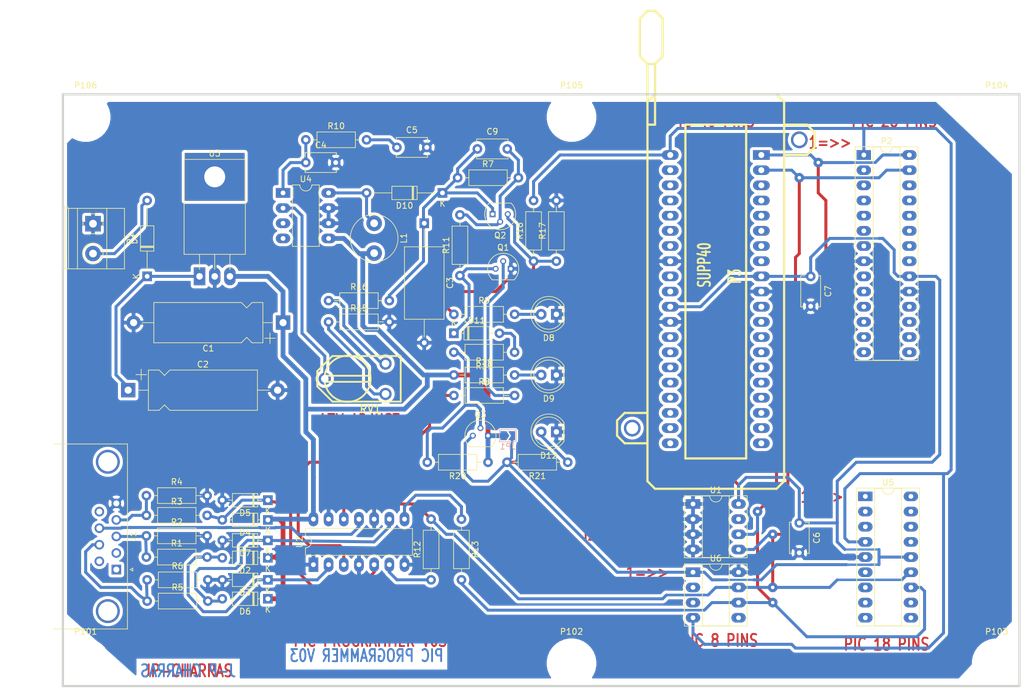
<source format=kicad_pcb>
(kicad_pcb (version 20171130) (host pcbnew "(5.0.0-rc2-151-g11ab8f6dc)")
  (title_block (title "SERIAL PIC PROGRAMMER"))
  (layers (0 top_layer signal) (31 bottom_layer signal) (34 B.Paste user) (35 F.Paste user) (36 B.SilkS user) (37 F.SilkS user) (38 B.Mask user) (39 F.Mask user) (44 Edge.Cuts user))
  (net 0 "")
  (net 1 /CTS)
  (net 2 /DTR)
  (net 3 /PC-CLOCK-OUT)
  (net 4 /TXD)
  (net 5 GND)
  (net 6 "Net-(C2-Pad1)")
  (net 7 "Net-(C4-Pad1)")
  (net 8 "Net-(C5-Pad1)")
  (net 9 "Net-(C9-Pad2)")
  (net 10 "Net-(D11-Pad1)")
  (net 11 "Net-(D11-Pad2)")
  (net 12 "Net-(Q1-Pad2)")
  (net 13 "Net-(Q2-Pad3)")
  (net 14 "Net-(Q3-Pad2)")
  (net 15 "Net-(R12-Pad1)")
  (net 16 "Net-(R13-Pad1)")
  (net 17 "Net-(R15-Pad1)")
  (net 18 "Net-(R16-Pad1)")
  (net 19 "Net-(R8-Pad1)")
  (net 20 "Net-(RV1-Pad2)")
  (net 21 VCC)
  (net 22 VPP)
  (net 23 /pic_sockets/VCC_PIC)
  (net 24 "Net-(D1-Pad2)")
  (net 25 "Net-(D4-Pad2)")
  (net 26 "Net-(D8-Pad2)")
  (net 27 "Net-(D9-Pad2)")
  (net 28 "Net-(D12-Pad2)")
  (net 29 /VPP/MCLR)
  (net 30 /CLOCK-RB6)
  (net 31 /DATA-RB7)
  (net 32 "Net-(D2-Pad2)")
  (net 33 "Net-(D6-Pad2)")
  (net 34 "Net-(D10-Pad2)")
  (net 35 "Net-(P3-Pad2)")
  (net 36 "Net-(P3-Pad3)")
  (net 37 "Net-(P3-Pad4)")
  (net 38 "Net-(P3-Pad5)")
  (net 39 "Net-(P3-Pad6)")
  (net 40 "Net-(P3-Pad7)")
  (net 41 "Net-(P3-Pad9)")
  (net 42 "Net-(P3-Pad10)")
  (net 43 "Net-(P3-Pad13)")
  (net 44 "Net-(P3-Pad14)")
  (net 45 "Net-(P3-Pad15)")
  (net 46 "Net-(P3-Pad16)")
  (net 47 "Net-(P3-Pad17)")
  (net 48 "Net-(P3-Pad18)")
  (net 49 "Net-(P3-Pad19)")
  (net 50 "Net-(P3-Pad20)")
  (net 51 "Net-(P3-Pad21)")
  (net 52 "Net-(P3-Pad22)")
  (net 53 "Net-(P3-Pad23)")
  (net 54 "Net-(P3-Pad24)")
  (net 55 "Net-(P3-Pad25)")
  (net 56 "Net-(P3-Pad26)")
  (net 57 "Net-(P3-Pad27)")
  (net 58 "Net-(P3-Pad28)")
  (net 59 "Net-(P3-Pad29)")
  (net 60 "Net-(P3-Pad30)")
  (net 61 "Net-(P3-Pad33)")
  (net 62 "Net-(P3-Pad34)")
  (net 63 "Net-(P3-Pad35)")
  (net 64 "Net-(P3-Pad36)")
  (net 65 "Net-(P3-Pad37)")
  (net 66 "Net-(P3-Pad38)")
  (net 67 "Net-(J1-Pad1)")
  (net 68 "Net-(J1-Pad2)")
  (net 69 "Net-(J1-Pad6)")
  (net 70 "Net-(J1-Pad9)")
  (net 71 "Net-(U6-Pad5)")
  (net 72 "Net-(U6-Pad2)")
  (net 73 "Net-(U6-Pad3)")
  (net 74 "Net-(U1-Pad7)")
  (net 75 "Net-(U4-Pad3)")
  (net 76 "Net-(U4-Pad4)")
  (net 77 "Net-(P2-Pad15)")
  (net 78 "Net-(P2-Pad2)")
  (net 79 "Net-(P2-Pad16)")
  (net 80 "Net-(P2-Pad3)")
  (net 81 "Net-(P2-Pad17)")
  (net 82 "Net-(P2-Pad4)")
  (net 83 "Net-(P2-Pad18)")
  (net 84 "Net-(P2-Pad5)")
  (net 85 "Net-(P2-Pad6)")
  (net 86 "Net-(P2-Pad7)")
  (net 87 "Net-(P2-Pad21)")
  (net 88 "Net-(P2-Pad22)")
  (net 89 "Net-(P2-Pad9)")
  (net 90 "Net-(P2-Pad23)")
  (net 91 "Net-(P2-Pad10)")
  (net 92 "Net-(P2-Pad24)")
  (net 93 "Net-(P2-Pad11)")
  (net 94 "Net-(P2-Pad25)")
  (net 95 "Net-(P2-Pad12)")
  (net 96 "Net-(P2-Pad26)")
  (net 97 "Net-(P2-Pad13)")
  (net 98 "Net-(P2-Pad14)")
  (net 99 "Net-(U5-Pad1)")
  (net 100 "Net-(U5-Pad10)")
  (net 101 "Net-(U5-Pad2)")
  (net 102 "Net-(U5-Pad11)")
  (net 103 "Net-(U5-Pad3)")
  (net 104 "Net-(U5-Pad6)")
  (net 105 "Net-(U5-Pad15)")
  (net 106 "Net-(U5-Pad7)")
  (net 107 "Net-(U5-Pad16)")
  (net 108 "Net-(U5-Pad8)")
  (net 109 "Net-(U5-Pad17)")
  (net 110 "Net-(U5-Pad9)")
  (net 111 "Net-(U5-Pad18)")
  (module MountingHole:MountingHole_4.3mm_M4 (layer top_layer) (at 229.87 44.45)
    (fp_text reference P104 (at 0 -5.3) (layer F.SilkS))
    (fp_text value CONN_1)
    (pad "" np_thru_hole circle (at 0 0) (size 4.3 4.3) (drill 4.3) (layers *.Cu *.Mask) (clearance 2))
  )
  (module MountingHole:MountingHole_4.3mm_M4 (layer top_layer) (at 77.47 135.89)
    (fp_text reference P101 (at 0 -5.3) (layer F.SilkS))
    (fp_text value CONN_1)
    (pad "" np_thru_hole circle (at 0 0) (size 4.3 4.3) (drill 4.3) (layers *.Cu *.Mask) (clearance 2))
  )
  (module MountingHole:MountingHole_4.3mm_M4 (layer top_layer) (at 158.75 135.89)
    (fp_text reference P102 (at 0 -5.3) (layer F.SilkS))
    (fp_text value CONN_1)
    (pad "" np_thru_hole circle (at 0 0) (size 4.3 4.3) (drill 4.3) (layers *.Cu *.Mask) (clearance 2))
  )
  (module MountingHole:MountingHole_4.3mm_M4 (layer top_layer) (at 229.87 135.89)
    (fp_text reference P103 (at 0 -5.3) (layer F.SilkS))
    (fp_text value CONN_1)
    (pad "" np_thru_hole circle (at 0 0) (size 4.3 4.3) (drill 4.3) (layers *.Cu *.Mask) (clearance 2))
  )
  (module MountingHole:MountingHole_4.3mm_M4 (layer top_layer) (at 158.75 44.45)
    (fp_text reference P105 (at 0 -5.3) (layer F.SilkS))
    (fp_text value CONN_1)
    (pad "" np_thru_hole circle (at 0 0) (size 4.3 4.3) (drill 4.3) (layers *.Cu *.Mask) (clearance 2))
  )
  (module MountingHole:MountingHole_4.3mm_M4 (layer top_layer) (at 77.47 44.45)
    (fp_text reference P106 (at 0 -5.3) (layer F.SilkS))
    (fp_text value CONN_1)
    (pad "" np_thru_hole circle (at 0 0) (size 4.3 4.3) (drill 4.3) (layers *.Cu *.Mask) (clearance 2))
  )
  (module Jumper:SolderJumper-2_P1.3mm_Open_TrianglePad1.0x1.5mm (layer bottom_layer) (at 148.082 97.79)
    (fp_text reference JP1 (at 0 1.8) (layer B.SilkS) (effects (justify mirror)))
    (fp_text value JUMPER)
    (pad 1 smd custom (at -0.725 0) (size 0.3 0.3) (layers bottom_layer B.Mask) (net 21 VCC) (options (clearance outline) (anchor rect)) (primitives (gr_poly (pts (xy -0.5 0.75) (xy 0.5 0.75) (xy 1 0) (xy 0.5 -0.75) (xy -0.5 -0.75)) (width 0))))
    (pad 2 smd custom (at 0.725 0) (size 0.3 0.3) (layers bottom_layer B.Mask) (net 23 /pic_sockets/VCC_PIC) (options (clearance outline) (anchor rect)) (primitives (gr_poly (pts (xy -0.65 0.75) (xy 0.5 0.75) (xy 0.5 -0.75) (xy -0.65 -0.75) (xy -0.15 0)) (width 0))))
  )
  (module Package_TO_SOT_THT:TO-220-3_Horizontal_TabDown (layer top_layer) (at 96.52 71.12)
    (fp_text reference U3 (at 2.54 -20.58) (layer F.SilkS))
    (fp_text value 7805)
    (pad 3 thru_hole oval (at 5.08 0) (size 1.905 3) (drill 1.1) (layers *.Cu *.Mask) (net 21 VCC))
    (pad 2 thru_hole oval (at 2.54 0) (size 1.905 3) (drill 1.1) (layers *.Cu *.Mask) (net 5 GND))
    (pad 1 thru_hole rect (at 0 0) (size 1.905 3) (drill 1.1) (layers *.Cu *.Mask) (net 6 "Net-(C2-Pad1)"))
    (pad "" thru_hole rect (at 2.54 -16.66) (size 10 8) (drill 3.5) (layers *.Cu *.Mask))
  )
  (module Inductor_THT:L_Radial_D7.8mm_P5.00mm_Fastron_07HCP (layer top_layer) (at 125.73 62.23 270)
    (fp_text reference L1 (at 2.5 -4.96 270) (layer F.SilkS))
    (fp_text value 22uH)
    (pad 2 thru_hole circle (at 5 0 270) (size 2.6 2.6) (drill 1.3) (layers *.Cu *.Mask) (net 21 VCC))
    (pad 1 thru_hole circle (at 0 0 270) (size 2.6 2.6) (drill 1.3) (layers *.Cu *.Mask) (net 34 "Net-(D10-Pad2)"))
  )
  (module LED_THT:LED_D5.0mm (layer top_layer) (at 156.21 97.155 180)
    (fp_text reference D12 (at 1.27 -3.96 180) (layer F.SilkS))
    (fp_text value YELLOW-LED)
    (pad 2 thru_hole circle (at 2.54 0 180) (size 1.8 1.8) (drill 0.9) (layers *.Cu *.Mask) (net 28 "Net-(D12-Pad2)"))
    (pad 1 thru_hole rect (at 0 0 180) (size 1.8 1.8) (drill 0.9) (layers *.Cu *.Mask) (net 5 GND))
  )
  (module LED_THT:LED_D5.0mm (layer top_layer) (at 156.21 87.63 180)
    (fp_text reference D9 (at 1.27 -3.96 180) (layer F.SilkS))
    (fp_text value GREEN-LED)
    (pad 2 thru_hole circle (at 2.54 0 180) (size 1.8 1.8) (drill 0.9) (layers *.Cu *.Mask) (net 27 "Net-(D9-Pad2)"))
    (pad 1 thru_hole rect (at 0 0 180) (size 1.8 1.8) (drill 0.9) (layers *.Cu *.Mask) (net 5 GND))
  )
  (module LED_THT:LED_D5.0mm (layer top_layer) (at 156.21 77.47 180)
    (fp_text reference D8 (at 1.27 -3.96 180) (layer F.SilkS))
    (fp_text value RED-LED)
    (pad 2 thru_hole circle (at 2.54 0 180) (size 1.8 1.8) (drill 0.9) (layers *.Cu *.Mask) (net 26 "Net-(D8-Pad2)"))
    (pad 1 thru_hole rect (at 0 0 180) (size 1.8 1.8) (drill 0.9) (layers *.Cu *.Mask) (net 5 GND))
  )
  (module Capacitor_THT:CP_Axial_L18.0mm_D6.5mm_P25.00mm_Horizontal (layer top_layer) (at 84.582 90.17)
    (fp_text reference C2 (at 12.5 -4.31) (layer F.SilkS))
    (fp_text value 220uF)
    (pad 2 thru_hole oval (at 25 0) (size 2.4 2.4) (drill 1.2) (layers *.Cu *.Mask) (net 5 GND))
    (pad 1 thru_hole rect (at 0 0) (size 2.4 2.4) (drill 1.2) (layers *.Cu *.Mask) (net 6 "Net-(C2-Pad1)"))
  )
  (module Capacitor_THT:CP_Axial_L18.0mm_D6.5mm_P25.00mm_Horizontal (layer top_layer) (at 110.49 78.867 180)
    (fp_text reference C1 (at 12.5 -4.31 180) (layer F.SilkS))
    (fp_text value 100µF)
    (pad 2 thru_hole oval (at 25 0 180) (size 2.4 2.4) (drill 1.2) (layers *.Cu *.Mask) (net 5 GND))
    (pad 1 thru_hole rect (at 0 0 180) (size 2.4 2.4) (drill 1.2) (layers *.Cu *.Mask) (net 21 VCC))
  )
  (module Resistor_THT:R_Axial_DIN0207_L6.3mm_D2.5mm_P10.16mm_Horizontal (layer top_layer) (at 135.255 121.92 90)
    (fp_text reference R12 (at 5.08 -2.31 90) (layer F.SilkS))
    (fp_text value 470)
    (pad 2 thru_hole oval (at 10.16 0 90) (size 1.6 1.6) (drill 0.8) (layers *.Cu *.Mask) (net 31 /DATA-RB7))
    (pad 1 thru_hole circle (at 0 0 90) (size 1.6 1.6) (drill 0.8) (layers *.Cu *.Mask) (net 15 "Net-(R12-Pad1)"))
  )
  (module Resistor_THT:R_Axial_DIN0207_L6.3mm_D2.5mm_P10.16mm_Horizontal (layer top_layer) (at 139.065 91.059)
    (fp_text reference R8 (at 5.08 -2.31) (layer F.SilkS))
    (fp_text value 1K)
    (pad 2 thru_hole oval (at 10.16 0) (size 1.6 1.6) (drill 0.8) (layers *.Cu *.Mask) (net 12 "Net-(Q1-Pad2)"))
    (pad 1 thru_hole circle (at 0 0) (size 1.6 1.6) (drill 0.8) (layers *.Cu *.Mask) (net 19 "Net-(R8-Pad1)"))
  )
  (module Resistor_THT:R_Axial_DIN0207_L6.3mm_D2.5mm_P10.16mm_Horizontal (layer top_layer) (at 140.335 111.76 270)
    (fp_text reference R13 (at 5.08 -2.31 270) (layer F.SilkS))
    (fp_text value 470)
    (pad 2 thru_hole oval (at 10.16 0 270) (size 1.6 1.6) (drill 0.8) (layers *.Cu *.Mask) (net 30 /CLOCK-RB6))
    (pad 1 thru_hole circle (at 0 0 270) (size 1.6 1.6) (drill 0.8) (layers *.Cu *.Mask) (net 16 "Net-(R13-Pad1)"))
  )
  (module Resistor_THT:R_Axial_DIN0207_L6.3mm_D2.5mm_P10.16mm_Horizontal (layer top_layer) (at 139.065 87.63)
    (fp_text reference R14 (at 5.08 -2.31) (layer F.SilkS))
    (fp_text value 470)
    (pad 2 thru_hole oval (at 10.16 0) (size 1.6 1.6) (drill 0.8) (layers *.Cu *.Mask) (net 27 "Net-(D9-Pad2)"))
    (pad 1 thru_hole circle (at 0 0) (size 1.6 1.6) (drill 0.8) (layers *.Cu *.Mask) (net 21 VCC))
  )
  (module Resistor_THT:R_Axial_DIN0207_L6.3mm_D2.5mm_P10.16mm_Horizontal (layer top_layer) (at 118.11 78.74)
    (fp_text reference R15 (at 5.08 -2.31) (layer F.SilkS))
    (fp_text value 6.2K)
    (pad 2 thru_hole oval (at 10.16 0) (size 1.6 1.6) (drill 0.8) (layers *.Cu *.Mask) (net 5 GND))
    (pad 1 thru_hole circle (at 0 0) (size 1.6 1.6) (drill 0.8) (layers *.Cu *.Mask) (net 17 "Net-(R15-Pad1)"))
  )
  (module Resistor_THT:R_Axial_DIN0207_L6.3mm_D2.5mm_P10.16mm_Horizontal (layer top_layer) (at 118.11 75.184)
    (fp_text reference R16 (at 5.08 -2.31) (layer F.SilkS))
    (fp_text value 62K)
    (pad 2 thru_hole oval (at 10.16 0) (size 1.6 1.6) (drill 0.8) (layers *.Cu *.Mask) (net 22 VPP))
    (pad 1 thru_hole circle (at 0 0) (size 1.6 1.6) (drill 0.8) (layers *.Cu *.Mask) (net 18 "Net-(R16-Pad1)"))
  )
  (module Resistor_THT:R_Axial_DIN0207_L6.3mm_D2.5mm_P10.16mm_Horizontal (layer top_layer) (at 156.21 68.58 90)
    (fp_text reference R17 (at 5.08 -2.31 90) (layer F.SilkS))
    (fp_text value 22K)
    (pad 2 thru_hole oval (at 10.16 0 90) (size 1.6 1.6) (drill 0.8) (layers *.Cu *.Mask) (net 5 GND))
    (pad 1 thru_hole circle (at 0 0 90) (size 1.6 1.6) (drill 0.8) (layers *.Cu *.Mask) (net 13 "Net-(Q2-Pad3)"))
  )
  (module Resistor_THT:R_Axial_DIN0207_L6.3mm_D2.5mm_P10.16mm_Horizontal (layer top_layer) (at 149.225 83.82 180)
    (fp_text reference R19 (at 5.08 -2.31 180) (layer F.SilkS))
    (fp_text value 2.2K)
    (pad 2 thru_hole oval (at 10.16 0 180) (size 1.6 1.6) (drill 0.8) (layers *.Cu *.Mask) (net 14 "Net-(Q3-Pad2)"))
    (pad 1 thru_hole circle (at 0 0 180) (size 1.6 1.6) (drill 0.8) (layers *.Cu *.Mask) (net 11 "Net-(D11-Pad2)"))
  )
  (module Resistor_THT:R_Axial_DIN0207_L6.3mm_D2.5mm_P10.16mm_Horizontal (layer top_layer) (at 144.78 102.235 180)
    (fp_text reference R20 (at 5.08 -2.31 180) (layer F.SilkS))
    (fp_text value 2.2K)
    (pad 2 thru_hole oval (at 10.16 0 180) (size 1.6 1.6) (drill 0.8) (layers *.Cu *.Mask) (net 14 "Net-(Q3-Pad2)"))
    (pad 1 thru_hole circle (at 0 0 180) (size 1.6 1.6) (drill 0.8) (layers *.Cu *.Mask) (net 21 VCC))
  )
  (module Resistor_THT:R_Axial_DIN0207_L6.3mm_D2.5mm_P10.16mm_Horizontal (layer top_layer) (at 158.115 102.235 180)
    (fp_text reference R21 (at 5.08 -2.31 180) (layer F.SilkS))
    (fp_text value 470)
    (pad 2 thru_hole oval (at 10.16 0 180) (size 1.6 1.6) (drill 0.8) (layers *.Cu *.Mask) (net 23 /pic_sockets/VCC_PIC))
    (pad 1 thru_hole circle (at 0 0 180) (size 1.6 1.6) (drill 0.8) (layers *.Cu *.Mask) (net 28 "Net-(D12-Pad2)"))
  )
  (module Resistor_THT:R_Axial_DIN0207_L6.3mm_D2.5mm_P10.16mm_Horizontal (layer top_layer) (at 87.757 121.92)
    (fp_text reference R6 (at 5.08 -2.31) (layer F.SilkS))
    (fp_text value 10K)
    (pad 2 thru_hole oval (at 10.16 0) (size 1.6 1.6) (drill 0.8) (layers *.Cu *.Mask) (net 5 GND))
    (pad 1 thru_hole circle (at 0 0) (size 1.6 1.6) (drill 0.8) (layers *.Cu *.Mask) (net 3 /PC-CLOCK-OUT))
  )
  (module Resistor_THT:R_Axial_DIN0207_L6.3mm_D2.5mm_P10.16mm_Horizontal (layer top_layer) (at 139.7 54.61)
    (fp_text reference R7 (at 5.08 -2.31) (layer F.SilkS))
    (fp_text value 10K)
    (pad 2 thru_hole oval (at 10.16 0) (size 1.6 1.6) (drill 0.8) (layers *.Cu *.Mask) (net 9 "Net-(C9-Pad2)"))
    (pad 1 thru_hole circle (at 0 0) (size 1.6 1.6) (drill 0.8) (layers *.Cu *.Mask) (net 22 VPP))
  )
  (module Resistor_THT:R_Axial_DIN0207_L6.3mm_D2.5mm_P10.16mm_Horizontal (layer top_layer) (at 87.757 125.476)
    (fp_text reference R5 (at 5.08 -2.31) (layer F.SilkS))
    (fp_text value 10K)
    (pad 2 thru_hole oval (at 10.16 0) (size 1.6 1.6) (drill 0.8) (layers *.Cu *.Mask) (net 33 "Net-(D6-Pad2)"))
    (pad 1 thru_hole circle (at 0 0) (size 1.6 1.6) (drill 0.8) (layers *.Cu *.Mask) (net 3 /PC-CLOCK-OUT))
  )
  (module Resistor_THT:R_Axial_DIN0207_L6.3mm_D2.5mm_P10.16mm_Horizontal (layer top_layer) (at 87.63 107.823)
    (fp_text reference R4 (at 5.08 -2.31) (layer F.SilkS))
    (fp_text value 10K)
    (pad 2 thru_hole oval (at 10.16 0) (size 1.6 1.6) (drill 0.8) (layers *.Cu *.Mask) (net 5 GND))
    (pad 1 thru_hole circle (at 0 0) (size 1.6 1.6) (drill 0.8) (layers *.Cu *.Mask) (net 2 /DTR))
  )
  (module Resistor_THT:R_Axial_DIN0207_L6.3mm_D2.5mm_P10.16mm_Horizontal (layer top_layer) (at 87.63 111.125)
    (fp_text reference R3 (at 5.08 -2.31) (layer F.SilkS))
    (fp_text value 10K)
    (pad 2 thru_hole oval (at 10.16 0) (size 1.6 1.6) (drill 0.8) (layers *.Cu *.Mask) (net 25 "Net-(D4-Pad2)"))
    (pad 1 thru_hole circle (at 0 0) (size 1.6 1.6) (drill 0.8) (layers *.Cu *.Mask) (net 2 /DTR))
  )
  (module Resistor_THT:R_Axial_DIN0207_L6.3mm_D2.5mm_P10.16mm_Horizontal (layer top_layer) (at 87.63 114.554)
    (fp_text reference R2 (at 5.08 -2.31) (layer F.SilkS))
    (fp_text value 10K)
    (pad 2 thru_hole oval (at 10.16 0) (size 1.6 1.6) (drill 0.8) (layers *.Cu *.Mask) (net 5 GND))
    (pad 1 thru_hole circle (at 0 0) (size 1.6 1.6) (drill 0.8) (layers *.Cu *.Mask) (net 4 /TXD))
  )
  (module Resistor_THT:R_Axial_DIN0207_L6.3mm_D2.5mm_P10.16mm_Horizontal (layer top_layer) (at 87.63 118.11)
    (fp_text reference R1 (at 5.08 -2.31) (layer F.SilkS))
    (fp_text value 10K)
    (pad 2 thru_hole oval (at 10.16 0) (size 1.6 1.6) (drill 0.8) (layers *.Cu *.Mask) (net 32 "Net-(D2-Pad2)"))
    (pad 1 thru_hole circle (at 0 0) (size 1.6 1.6) (drill 0.8) (layers *.Cu *.Mask) (net 4 /TXD))
  )
  (module Resistor_THT:R_Axial_DIN0207_L6.3mm_D2.5mm_P10.16mm_Horizontal (layer top_layer) (at 139.065 77.47)
    (fp_text reference R9 (at 5.08 -2.31) (layer F.SilkS))
    (fp_text value 2.2K)
    (pad 2 thru_hole oval (at 10.16 0) (size 1.6 1.6) (drill 0.8) (layers *.Cu *.Mask) (net 26 "Net-(D8-Pad2)"))
    (pad 1 thru_hole circle (at 0 0) (size 1.6 1.6) (drill 0.8) (layers *.Cu *.Mask) (net 13 "Net-(Q2-Pad3)"))
  )
  (module Resistor_THT:R_Axial_DIN0207_L6.3mm_D2.5mm_P10.16mm_Horizontal (layer top_layer) (at 114.3 48.26)
    (fp_text reference R10 (at 5.08 -2.31) (layer F.SilkS))
    (fp_text value 5,1K)
    (pad 2 thru_hole oval (at 10.16 0) (size 1.6 1.6) (drill 0.8) (layers *.Cu *.Mask) (net 8 "Net-(C5-Pad1)"))
    (pad 1 thru_hole circle (at 0 0) (size 1.6 1.6) (drill 0.8) (layers *.Cu *.Mask) (net 7 "Net-(C4-Pad1)"))
  )
  (module Resistor_THT:R_Axial_DIN0207_L6.3mm_D2.5mm_P10.16mm_Horizontal (layer top_layer) (at 152.4 68.58 90)
    (fp_text reference R18 (at 5.08 -2.31 90) (layer F.SilkS))
    (fp_text value 220)
    (pad 2 thru_hole oval (at 10.16 0 90) (size 1.6 1.6) (drill 0.8) (layers *.Cu *.Mask) (net 29 /VPP/MCLR))
    (pad 1 thru_hole circle (at 0 0 90) (size 1.6 1.6) (drill 0.8) (layers *.Cu *.Mask) (net 13 "Net-(Q2-Pad3)"))
  )
  (module Resistor_THT:R_Axial_DIN0207_L6.3mm_D2.5mm_P10.16mm_Horizontal (layer top_layer) (at 140.081 70.993 90)
    (fp_text reference R11 (at 5.08 -2.31 90) (layer F.SilkS))
    (fp_text value 22K)
    (pad 2 thru_hole oval (at 10.16 0 90) (size 1.6 1.6) (drill 0.8) (layers *.Cu *.Mask) (net 9 "Net-(C9-Pad2)"))
    (pad 1 thru_hole circle (at 0 0 90) (size 1.6 1.6) (drill 0.8) (layers *.Cu *.Mask) (net 10 "Net-(D11-Pad1)"))
  )
  (module footprints:40tex-Ell600 (layer top_layer) (at 182.88 74.93 270)
    (fp_text reference P3 (at -3.81 -3.175 270) (layer F.SilkS) (effects (font (size 2.032 1.27) (thickness 0.3048))))
    (fp_text value SUPP40 (at -5.715 1.905 270) (layer F.SilkS) (effects (font (size 2.032 1.27) (thickness 0.3048))))
    (pad HOLE thru_hole circle (at 21.59 13.97 270) (size 2.8 2.8) (drill 2) (layers *.Cu *.Mask))
    (pad HOLE thru_hole circle (at -26.67 -13.97 270) (size 2.8 2.8) (drill 2) (layers *.Cu *.Mask))
    (pad 40 thru_hole rect (at -24.13 -7.62 270) (size 1.6 2.8) (drill 1) (layers *.Cu *.Mask) (net 31 /DATA-RB7))
    (pad 39 thru_hole oval (at -21.59 -7.62 270) (size 1.6 2.8) (drill 1) (layers *.Cu *.Mask) (net 30 /CLOCK-RB6))
    (pad 38 thru_hole oval (at -19.05 -7.62 270) (size 1.6 2.8) (drill 1) (layers *.Cu *.Mask) (net 66 "Net-(P3-Pad38)"))
    (pad 37 thru_hole oval (at -16.51 -7.62 270) (size 1.6 2.8) (drill 1) (layers *.Cu *.Mask) (net 65 "Net-(P3-Pad37)"))
    (pad 36 thru_hole oval (at -13.97 -7.62 270) (size 1.6 2.8) (drill 1) (layers *.Cu *.Mask) (net 64 "Net-(P3-Pad36)"))
    (pad 35 thru_hole oval (at -11.43 -7.62 270) (size 1.6 2.8) (drill 1) (layers *.Cu *.Mask) (net 63 "Net-(P3-Pad35)"))
    (pad 34 thru_hole oval (at -8.89 -7.62 270) (size 1.6 2.8) (drill 1) (layers *.Cu *.Mask) (net 62 "Net-(P3-Pad34)"))
    (pad 33 thru_hole oval (at -6.35 -7.62 270) (size 1.6 2.8) (drill 1) (layers *.Cu *.Mask) (net 61 "Net-(P3-Pad33)"))
    (pad 32 thru_hole oval (at -3.81 -7.62 270) (size 1.6 2.8) (drill 1) (layers *.Cu *.Mask) (net 23 /pic_sockets/VCC_PIC))
    (pad 31 thru_hole oval (at -1.27 -7.62 270) (size 1.6 2.8) (drill 1) (layers *.Cu *.Mask) (net 5 GND))
    (pad 30 thru_hole oval (at 1.27 -7.62 270) (size 1.6 2.8) (drill 1) (layers *.Cu *.Mask) (net 60 "Net-(P3-Pad30)"))
    (pad 29 thru_hole oval (at 3.81 -7.62 270) (size 1.6 2.8) (drill 1) (layers *.Cu *.Mask) (net 59 "Net-(P3-Pad29)"))
    (pad 28 thru_hole oval (at 6.35 -7.62 270) (size 1.6 2.8) (drill 1) (layers *.Cu *.Mask) (net 58 "Net-(P3-Pad28)"))
    (pad 27 thru_hole oval (at 8.89 -7.62 270) (size 1.6 2.8) (drill 1) (layers *.Cu *.Mask) (net 57 "Net-(P3-Pad27)"))
    (pad 26 thru_hole oval (at 11.43 -7.62 270) (size 1.6 2.8) (drill 1) (layers *.Cu *.Mask) (net 56 "Net-(P3-Pad26)"))
    (pad 25 thru_hole oval (at 13.97 -7.62 270) (size 1.6 2.8) (drill 1) (layers *.Cu *.Mask) (net 55 "Net-(P3-Pad25)"))
    (pad 24 thru_hole oval (at 16.51 -7.62 270) (size 1.6 2.8) (drill 1) (layers *.Cu *.Mask) (net 54 "Net-(P3-Pad24)"))
    (pad 23 thru_hole oval (at 19.05 -7.62 270) (size 1.6 2.8) (drill 1) (layers *.Cu *.Mask) (net 53 "Net-(P3-Pad23)"))
    (pad 22 thru_hole oval (at 21.59 -7.62 270) (size 1.6 2.8) (drill 1) (layers *.Cu *.Mask) (net 52 "Net-(P3-Pad22)"))
    (pad 21 thru_hole oval (at 24.13 -7.62 270) (size 1.6 2.8) (drill 1) (layers *.Cu *.Mask) (net 51 "Net-(P3-Pad21)"))
    (pad 20 thru_hole oval (at 24.13 7.62 270) (size 1.6 2.8) (drill 1) (layers *.Cu *.Mask) (net 50 "Net-(P3-Pad20)"))
    (pad 19 thru_hole oval (at 21.59 7.62 270) (size 1.6 2.8) (drill 1) (layers *.Cu *.Mask) (net 49 "Net-(P3-Pad19)"))
    (pad 18 thru_hole oval (at 19.05 7.62 270) (size 1.6 2.8) (drill 1) (layers *.Cu *.Mask) (net 48 "Net-(P3-Pad18)"))
    (pad 17 thru_hole oval (at 16.51 7.62 270) (size 1.6 2.8) (drill 1) (layers *.Cu *.Mask) (net 47 "Net-(P3-Pad17)"))
    (pad 16 thru_hole oval (at 13.97 7.62 270) (size 1.6 2.8) (drill 1) (layers *.Cu *.Mask) (net 46 "Net-(P3-Pad16)"))
    (pad 15 thru_hole oval (at 11.43 7.62 270) (size 1.6 2.8) (drill 1) (layers *.Cu *.Mask) (net 45 "Net-(P3-Pad15)"))
    (pad 14 thru_hole oval (at 8.89 7.62 270) (size 1.6 2.8) (drill 1) (layers *.Cu *.Mask) (net 44 "Net-(P3-Pad14)"))
    (pad 13 thru_hole oval (at 6.35 7.62 270) (size 1.6 2.8) (drill 1) (layers *.Cu *.Mask) (net 43 "Net-(P3-Pad13)"))
    (pad 12 thru_hole oval (at 3.81 7.62 270) (size 1.6 2.8) (drill 1) (layers *.Cu *.Mask) (net 5 GND))
    (pad 11 thru_hole oval (at 1.27 7.62 270) (size 1.6 2.8) (drill 1) (layers *.Cu *.Mask) (net 23 /pic_sockets/VCC_PIC))
    (pad 10 thru_hole oval (at -1.27 7.62 270) (size 1.6 2.8) (drill 1) (layers *.Cu *.Mask) (net 42 "Net-(P3-Pad10)"))
    (pad 9 thru_hole oval (at -3.81 7.62 270) (size 1.6 2.8) (drill 1) (layers *.Cu *.Mask) (net 41 "Net-(P3-Pad9)"))
    (pad 8 thru_hole oval (at -6.35 7.62 270) (size 1.6 2.8) (drill 1) (layers *.Cu *.Mask) (net 5 GND))
    (pad 7 thru_hole oval (at -8.89 7.62 270) (size 1.6 2.8) (drill 1) (layers *.Cu *.Mask) (net 40 "Net-(P3-Pad7)"))
    (pad 6 thru_hole oval (at -11.43 7.62 270) (size 1.6 2.8) (drill 1) (layers *.Cu *.Mask) (net 39 "Net-(P3-Pad6)"))
    (pad 5 thru_hole oval (at -13.97 7.62 270) (size 1.6 2.8) (drill 1) (layers *.Cu *.Mask) (net 38 "Net-(P3-Pad5)"))
    (pad 4 thru_hole oval (at -16.51 7.62 270) (size 1.6 2.8) (drill 1) (layers *.Cu *.Mask) (net 37 "Net-(P3-Pad4)"))
    (pad 3 thru_hole oval (at -19.05 7.62 270) (size 1.6 2.8) (drill 1) (layers *.Cu *.Mask) (net 36 "Net-(P3-Pad3)"))
    (pad 2 thru_hole oval (at -21.59 7.62 270) (size 1.6 2.8) (drill 1) (layers *.Cu *.Mask) (net 35 "Net-(P3-Pad2)"))
    (pad 1 thru_hole oval (at -24.13 7.62 270) (size 1.6 2.8) (drill 1) (layers *.Cu *.Mask) (net 29 /VPP/MCLR))
  )
  (module footprints:RV2X4 (layer top_layer) (at 122.555 88.265 180)
    (fp_text reference RV1 (at -2.54 -5.08 180) (layer F.SilkS) (effects (font (size 1.397 1.27) (thickness 0.2032))))
    (fp_text value 1K)
    (pad 3 thru_hole circle (at -5.08 2.54 180) (size 2.032 2.032) (drill 1.27) (layers *.Cu *.Mask) (net 18 "Net-(R16-Pad1)"))
    (pad 2 thru_hole circle (at 5.08 0 180) (size 2.032 2.032) (drill 1.27) (layers *.Cu *.Mask) (net 20 "Net-(RV1-Pad2)"))
    (pad 1 thru_hole circle (at -5.08 -2.54 180) (size 2.032 2.032) (drill 1.27) (layers *.Cu *.Mask) (net 17 "Net-(R15-Pad1)"))
  )
  (module TerminalBlock_Phoenix:TerminalBlock_Phoenix_MKDS-1,5-2_1x02_P5.00mm_Horizontal (layer top_layer) (at 78.7 62.3 270)
    (fp_text reference P1 (at 2.5 -6.26 270) (layer F.SilkS))
    (fp_text value CONN_2)
    (pad 2 thru_hole circle (at 5 0 270) (size 2.6 2.6) (drill 1.3) (layers *.Cu *.Mask) (net 24 "Net-(D1-Pad2)"))
    (pad 1 thru_hole rect (at 0 0 270) (size 2.6 2.6) (drill 1.3) (layers *.Cu *.Mask) (net 5 GND))
  )
  (module Diode_THT:D_DO-35_SOD27_P12.70mm_Horizontal (layer top_layer) (at 137.16 57.15 180)
    (fp_text reference D10 (at 6.35 -2.12 180) (layer F.SilkS))
    (fp_text value SCHOTTKY)
    (fp_text user K (at 0 -1.8 180) (layer F.SilkS))
    (pad 2 thru_hole oval (at 12.7 0 180) (size 1.6 1.6) (drill 0.8) (layers *.Cu *.Mask) (net 34 "Net-(D10-Pad2)"))
    (pad 1 thru_hole rect (at 0 0 180) (size 1.6 1.6) (drill 0.8) (layers *.Cu *.Mask) (net 22 VPP))
  )
  (module Diode_THT:D_DO-35_SOD27_P12.70mm_Horizontal (layer top_layer) (at 87.757 71.12 90)
    (fp_text reference D1 (at 6.35 -2.12 90) (layer F.SilkS))
    (fp_text value 1N4004)
    (fp_text user K (at 0 -1.8 90) (layer F.SilkS))
    (pad 2 thru_hole oval (at 12.7 0 90) (size 1.6 1.6) (drill 0.8) (layers *.Cu *.Mask) (net 24 "Net-(D1-Pad2)"))
    (pad 1 thru_hole rect (at 0 0 90) (size 1.6 1.6) (drill 0.8) (layers *.Cu *.Mask) (net 6 "Net-(C2-Pad1)"))
  )
  (module Capacitor_THT:C_Disc_D5.1mm_W3.2mm_P5.00mm (layer top_layer) (at 143.002 49.784)
    (fp_text reference C9 (at 2.5 -2.91) (layer F.SilkS))
    (fp_text value 220nF)
    (pad 2 thru_hole circle (at 5 0) (size 1.6 1.6) (drill 0.8) (layers *.Cu *.Mask) (net 9 "Net-(C9-Pad2)"))
    (pad 1 thru_hole circle (at 0 0) (size 1.6 1.6) (drill 0.8) (layers *.Cu *.Mask) (net 22 VPP))
  )
  (module Capacitor_THT:C_Disc_D5.1mm_W3.2mm_P5.00mm (layer top_layer) (at 198.755 71.12 270)
    (fp_text reference C7 (at 2.5 -2.91 270) (layer F.SilkS))
    (fp_text value 100nF)
    (pad 2 thru_hole circle (at 5 0 270) (size 1.6 1.6) (drill 0.8) (layers *.Cu *.Mask) (net 5 GND))
    (pad 1 thru_hole circle (at 0 0 270) (size 1.6 1.6) (drill 0.8) (layers *.Cu *.Mask) (net 23 /pic_sockets/VCC_PIC))
  )
  (module Capacitor_THT:C_Disc_D5.1mm_W3.2mm_P5.00mm (layer top_layer) (at 196.85 112.395 270)
    (fp_text reference C6 (at 2.5 -2.91 270) (layer F.SilkS))
    (fp_text value 100nF)
    (pad 2 thru_hole circle (at 5 0 270) (size 1.6 1.6) (drill 0.8) (layers *.Cu *.Mask) (net 5 GND))
    (pad 1 thru_hole circle (at 0 0 270) (size 1.6 1.6) (drill 0.8) (layers *.Cu *.Mask) (net 23 /pic_sockets/VCC_PIC))
  )
  (module Capacitor_THT:C_Disc_D5.1mm_W3.2mm_P5.00mm (layer top_layer) (at 129.54 49.53)
    (fp_text reference C5 (at 2.5 -2.91) (layer F.SilkS))
    (fp_text value 10nF)
    (pad 2 thru_hole circle (at 5 0) (size 1.6 1.6) (drill 0.8) (layers *.Cu *.Mask) (net 5 GND))
    (pad 1 thru_hole circle (at 0 0) (size 1.6 1.6) (drill 0.8) (layers *.Cu *.Mask) (net 8 "Net-(C5-Pad1)"))
  )
  (module Capacitor_THT:C_Disc_D5.1mm_W3.2mm_P5.00mm (layer top_layer) (at 114.3 52.07)
    (fp_text reference C4 (at 2.5 -2.91) (layer F.SilkS))
    (fp_text value 0)
    (pad 2 thru_hole circle (at 5 0) (size 1.6 1.6) (drill 0.8) (layers *.Cu *.Mask) (net 5 GND))
    (pad 1 thru_hole circle (at 0 0) (size 1.6 1.6) (drill 0.8) (layers *.Cu *.Mask) (net 7 "Net-(C4-Pad1)"))
  )
  (module footprints:TO-92_BC237_307 (layer top_layer) (at 148.082 60.706 180)
    (fp_text reference Q2 (at 1.27 -3.56 180) (layer F.SilkS))
    (fp_text value BC307)
    (pad 3 thru_hole circle (at 0 0 270) (size 1 1) (drill 0.6) (layers *.Cu *.Mask) (net 13 "Net-(Q2-Pad3)"))
    (pad 1 thru_hole rect (at 2.54 0 270) (size 1 1) (drill 0.6) (layers *.Cu *.Mask) (net 22 VPP))
    (pad 2 thru_hole circle (at 1.27 -1.27 270) (size 1 1) (drill 0.6) (layers *.Cu *.Mask) (net 9 "Net-(C9-Pad2)"))
  )
  (module footprints:TO-92_BC237_307 (layer top_layer) (at 146.05 69.85)
    (fp_text reference Q1 (at 1.27 -3.56) (layer F.SilkS))
    (fp_text value BC237)
    (pad 3 thru_hole circle (at 0 0 90) (size 1 1) (drill 0.6) (layers *.Cu *.Mask) (net 10 "Net-(D11-Pad1)"))
    (pad 1 thru_hole rect (at 2.54 0 90) (size 1 1) (drill 0.6) (layers *.Cu *.Mask) (net 5 GND))
    (pad 2 thru_hole circle (at 1.27 -1.27 90) (size 1 1) (drill 0.6) (layers *.Cu *.Mask) (net 12 "Net-(Q1-Pad2)"))
  )
  (module footprints:TO-92_BC237_307 (layer top_layer) (at 142.24 97.79)
    (fp_text reference Q3 (at 1.27 -3.56) (layer F.SilkS))
    (fp_text value BC307)
    (pad 3 thru_hole circle (at 0 0 90) (size 1 1) (drill 0.6) (layers *.Cu *.Mask) (net 23 /pic_sockets/VCC_PIC))
    (pad 1 thru_hole rect (at 2.54 0 90) (size 1 1) (drill 0.6) (layers *.Cu *.Mask) (net 21 VCC))
    (pad 2 thru_hole circle (at 1.27 -1.27 90) (size 1 1) (drill 0.6) (layers *.Cu *.Mask) (net 14 "Net-(Q3-Pad2)"))
  )
  (module Connector_Dsub:DSUB-9_Female_Horizontal_P2.77x2.84mm_EdgePinOffset7.70mm_Housed_MountingHolesOffset9.12mm (layer top_layer) (at 82.6 120.2 270)
    (fp_text reference J1 (at -5.54 -2.8 270) (layer F.SilkS))
    (fp_text value DB9-FEMAL)
    (pad 0 thru_hole circle (at 6.96 1.42 270) (size 4 4) (drill 3.2) (layers *.Cu *.Mask))
    (pad 0 thru_hole circle (at -18.04 1.42 270) (size 4 4) (drill 3.2) (layers *.Cu *.Mask))
    (pad 9 thru_hole circle (at -9.695 2.84 270) (size 1.6 1.6) (drill 1) (layers *.Cu *.Mask) (net 70 "Net-(J1-Pad9)"))
    (pad 8 thru_hole circle (at -6.925 2.84 270) (size 1.6 1.6) (drill 1) (layers *.Cu *.Mask) (net 1 /CTS))
    (pad 7 thru_hole circle (at -4.155 2.84 270) (size 1.6 1.6) (drill 1) (layers *.Cu *.Mask) (net 3 /PC-CLOCK-OUT))
    (pad 6 thru_hole circle (at -1.385 2.84 270) (size 1.6 1.6) (drill 1) (layers *.Cu *.Mask) (net 69 "Net-(J1-Pad6)"))
    (pad 5 thru_hole circle (at -11.08 0 270) (size 1.6 1.6) (drill 1) (layers *.Cu *.Mask) (net 5 GND))
    (pad 4 thru_hole circle (at -8.31 0 270) (size 1.6 1.6) (drill 1) (layers *.Cu *.Mask) (net 2 /DTR))
    (pad 3 thru_hole circle (at -5.54 0 270) (size 1.6 1.6) (drill 1) (layers *.Cu *.Mask) (net 4 /TXD))
    (pad 2 thru_hole circle (at -2.77 0 270) (size 1.6 1.6) (drill 1) (layers *.Cu *.Mask) (net 68 "Net-(J1-Pad2)"))
    (pad 1 thru_hole rect (at 0 0 270) (size 1.6 1.6) (drill 1) (layers *.Cu *.Mask) (net 67 "Net-(J1-Pad1)"))
  )
  (module Diode_THT:D_DO-35_SOD27_P7.62mm_Horizontal (layer top_layer) (at 107.95 125.095 180)
    (fp_text reference D6 (at 3.81 -2.12 180) (layer F.SilkS))
    (fp_text value BAT43)
    (fp_text user K (at 0 -1.8 180) (layer F.SilkS))
    (pad 2 thru_hole oval (at 7.62 0 180) (size 1.6 1.6) (drill 0.8) (layers *.Cu *.Mask) (net 33 "Net-(D6-Pad2)"))
    (pad 1 thru_hole rect (at 0 0 180) (size 1.6 1.6) (drill 0.8) (layers *.Cu *.Mask) (net 21 VCC))
  )
  (module Diode_THT:D_DO-35_SOD27_P7.62mm_Horizontal (layer top_layer) (at 107.95 115.316 180)
    (fp_text reference D7 (at 3.81 -2.12 180) (layer F.SilkS))
    (fp_text value BAT43)
    (fp_text user K (at 0 -1.8 180) (layer F.SilkS))
    (pad 2 thru_hole oval (at 7.62 0 180) (size 1.6 1.6) (drill 0.8) (layers *.Cu *.Mask) (net 5 GND))
    (pad 1 thru_hole rect (at 0 0 180) (size 1.6 1.6) (drill 0.8) (layers *.Cu *.Mask) (net 33 "Net-(D6-Pad2)"))
  )
  (module Diode_THT:D_DO-35_SOD27_P7.62mm_Horizontal (layer top_layer) (at 139.065 80.645)
    (fp_text reference D11 (at 3.81 -2.12) (layer F.SilkS))
    (fp_text value BAT43)
    (fp_text user K (at 0 -1.8) (layer F.SilkS))
    (pad 2 thru_hole oval (at 7.62 0) (size 1.6 1.6) (drill 0.8) (layers *.Cu *.Mask) (net 11 "Net-(D11-Pad2)"))
    (pad 1 thru_hole rect (at 0 0) (size 1.6 1.6) (drill 0.8) (layers *.Cu *.Mask) (net 10 "Net-(D11-Pad1)"))
  )
  (module Diode_THT:D_DO-35_SOD27_P7.62mm_Horizontal (layer top_layer) (at 107.95 108.585 180)
    (fp_text reference D5 (at 3.81 -2.12 180) (layer F.SilkS))
    (fp_text value BAT43)
    (fp_text user K (at 0 -1.8 180) (layer F.SilkS))
    (pad 2 thru_hole oval (at 7.62 0 180) (size 1.6 1.6) (drill 0.8) (layers *.Cu *.Mask) (net 5 GND))
    (pad 1 thru_hole rect (at 0 0 180) (size 1.6 1.6) (drill 0.8) (layers *.Cu *.Mask) (net 25 "Net-(D4-Pad2)"))
  )
  (module Diode_THT:D_DO-35_SOD27_P7.62mm_Horizontal (layer top_layer) (at 107.95 111.887 180)
    (fp_text reference D4 (at 3.81 -2.12 180) (layer F.SilkS))
    (fp_text value BAT43)
    (fp_text user K (at 0 -1.8 180) (layer F.SilkS))
    (pad 2 thru_hole oval (at 7.62 0 180) (size 1.6 1.6) (drill 0.8) (layers *.Cu *.Mask) (net 25 "Net-(D4-Pad2)"))
    (pad 1 thru_hole rect (at 0 0 180) (size 1.6 1.6) (drill 0.8) (layers *.Cu *.Mask) (net 21 VCC))
  )
  (module Diode_THT:D_DO-35_SOD27_P7.62mm_Horizontal (layer top_layer) (at 107.95 121.92 180)
    (fp_text reference D3 (at 3.81 -2.12 180) (layer F.SilkS))
    (fp_text value BAT43)
    (fp_text user K (at 0 -1.8 180) (layer F.SilkS))
    (pad 2 thru_hole oval (at 7.62 0 180) (size 1.6 1.6) (drill 0.8) (layers *.Cu *.Mask) (net 5 GND))
    (pad 1 thru_hole rect (at 0 0 180) (size 1.6 1.6) (drill 0.8) (layers *.Cu *.Mask) (net 32 "Net-(D2-Pad2)"))
  )
  (module Diode_THT:D_DO-35_SOD27_P7.62mm_Horizontal (layer top_layer) (at 107.95 118.237 180)
    (fp_text reference D2 (at 3.81 -2.12 180) (layer F.SilkS))
    (fp_text value BAT43)
    (fp_text user K (at 0 -1.8 180) (layer F.SilkS))
    (pad 2 thru_hole oval (at 7.62 0 180) (size 1.6 1.6) (drill 0.8) (layers *.Cu *.Mask) (net 32 "Net-(D2-Pad2)"))
    (pad 1 thru_hole rect (at 0 0 180) (size 1.6 1.6) (drill 0.8) (layers *.Cu *.Mask) (net 21 VCC))
  )
  (module Package_DIP:DIP-14_W7.62mm_LongPads (layer top_layer) (at 115.57 119.38 90)
    (fp_text reference U2 (at 3.81 -2.33 90) (layer F.SilkS))
    (fp_text value 74HC125)
    (pad 14 thru_hole oval (at 7.62 0 90) (size 2.4 1.6) (drill 0.8) (layers *.Cu *.Mask) (net 21 VCC))
    (pad 7 thru_hole oval (at 0 15.24 90) (size 2.4 1.6) (drill 0.8) (layers *.Cu *.Mask) (net 5 GND))
    (pad 13 thru_hole oval (at 7.62 2.54 90) (size 2.4 1.6) (drill 0.8) (layers *.Cu *.Mask) (net 5 GND))
    (pad 6 thru_hole oval (at 0 12.7 90) (size 2.4 1.6) (drill 0.8) (layers *.Cu *.Mask) (net 15 "Net-(R12-Pad1)"))
    (pad 12 thru_hole oval (at 7.62 5.08 90) (size 2.4 1.6) (drill 0.8) (layers *.Cu *.Mask) (net 31 /DATA-RB7))
    (pad 5 thru_hole oval (at 0 10.16 90) (size 2.4 1.6) (drill 0.8) (layers *.Cu *.Mask) (net 25 "Net-(D4-Pad2)"))
    (pad 11 thru_hole oval (at 7.62 7.62 90) (size 2.4 1.6) (drill 0.8) (layers *.Cu *.Mask) (net 1 /CTS))
    (pad 4 thru_hole oval (at 0 7.62 90) (size 2.4 1.6) (drill 0.8) (layers *.Cu *.Mask) (net 5 GND))
    (pad 10 thru_hole oval (at 7.62 10.16 90) (size 2.4 1.6) (drill 0.8) (layers *.Cu *.Mask) (net 5 GND))
    (pad 3 thru_hole oval (at 0 5.08 90) (size 2.4 1.6) (drill 0.8) (layers *.Cu *.Mask) (net 19 "Net-(R8-Pad1)"))
    (pad 9 thru_hole oval (at 7.62 12.7 90) (size 2.4 1.6) (drill 0.8) (layers *.Cu *.Mask) (net 33 "Net-(D6-Pad2)"))
    (pad 2 thru_hole oval (at 0 2.54 90) (size 2.4 1.6) (drill 0.8) (layers *.Cu *.Mask) (net 32 "Net-(D2-Pad2)"))
    (pad 8 thru_hole oval (at 7.62 15.24 90) (size 2.4 1.6) (drill 0.8) (layers *.Cu *.Mask) (net 16 "Net-(R13-Pad1)"))
    (pad 1 thru_hole rect (at 0 0 90) (size 2.4 1.6) (drill 0.8) (layers *.Cu *.Mask) (net 5 GND))
  )
  (module Package_DIP:DIP-18_W7.62mm_Socket_LongPads (layer top_layer) (at 207.899 107.95)
    (fp_text reference U5 (at 3.81 -2.33) (layer F.SilkS))
    (fp_text value PIC_18_PINS)
    (pad 18 thru_hole oval (at 7.62 0) (size 2.4 1.6) (drill 0.8) (layers *.Cu *.Mask) (net 111 "Net-(U5-Pad18)"))
    (pad 9 thru_hole oval (at 0 20.32) (size 2.4 1.6) (drill 0.8) (layers *.Cu *.Mask) (net 110 "Net-(U5-Pad9)"))
    (pad 17 thru_hole oval (at 7.62 2.54) (size 2.4 1.6) (drill 0.8) (layers *.Cu *.Mask) (net 109 "Net-(U5-Pad17)"))
    (pad 8 thru_hole oval (at 0 17.78) (size 2.4 1.6) (drill 0.8) (layers *.Cu *.Mask) (net 108 "Net-(U5-Pad8)"))
    (pad 16 thru_hole oval (at 7.62 5.08) (size 2.4 1.6) (drill 0.8) (layers *.Cu *.Mask) (net 107 "Net-(U5-Pad16)"))
    (pad 7 thru_hole oval (at 0 15.24) (size 2.4 1.6) (drill 0.8) (layers *.Cu *.Mask) (net 106 "Net-(U5-Pad7)"))
    (pad 15 thru_hole oval (at 7.62 7.62) (size 2.4 1.6) (drill 0.8) (layers *.Cu *.Mask) (net 105 "Net-(U5-Pad15)"))
    (pad 6 thru_hole oval (at 0 12.7) (size 2.4 1.6) (drill 0.8) (layers *.Cu *.Mask) (net 104 "Net-(U5-Pad6)"))
    (pad 14 thru_hole oval (at 7.62 10.16) (size 2.4 1.6) (drill 0.8) (layers *.Cu *.Mask) (net 23 /pic_sockets/VCC_PIC))
    (pad 5 thru_hole oval (at 0 10.16) (size 2.4 1.6) (drill 0.8) (layers *.Cu *.Mask) (net 5 GND))
    (pad 13 thru_hole oval (at 7.62 12.7) (size 2.4 1.6) (drill 0.8) (layers *.Cu *.Mask) (net 31 /DATA-RB7))
    (pad 4 thru_hole oval (at 0 7.62) (size 2.4 1.6) (drill 0.8) (layers *.Cu *.Mask) (net 29 /VPP/MCLR))
    (pad 12 thru_hole oval (at 7.62 15.24) (size 2.4 1.6) (drill 0.8) (layers *.Cu *.Mask) (net 30 /CLOCK-RB6))
    (pad 3 thru_hole oval (at 0 5.08) (size 2.4 1.6) (drill 0.8) (layers *.Cu *.Mask) (net 103 "Net-(U5-Pad3)"))
    (pad 11 thru_hole oval (at 7.62 17.78) (size 2.4 1.6) (drill 0.8) (layers *.Cu *.Mask) (net 102 "Net-(U5-Pad11)"))
    (pad 2 thru_hole oval (at 0 2.54) (size 2.4 1.6) (drill 0.8) (layers *.Cu *.Mask) (net 101 "Net-(U5-Pad2)"))
    (pad 10 thru_hole oval (at 7.62 20.32) (size 2.4 1.6) (drill 0.8) (layers *.Cu *.Mask) (net 100 "Net-(U5-Pad10)"))
    (pad 1 thru_hole rect (at 0 0) (size 2.4 1.6) (drill 0.8) (layers *.Cu *.Mask) (net 99 "Net-(U5-Pad1)"))
  )
  (module Package_DIP:DIP-28_W7.62mm_Socket_LongPads (layer top_layer) (at 207.645 50.8)
    (fp_text reference P2 (at 3.81 -2.33) (layer F.SilkS))
    (fp_text value SUPP28)
    (pad 28 thru_hole oval (at 7.62 0) (size 2.4 1.6) (drill 0.8) (layers *.Cu *.Mask) (net 31 /DATA-RB7))
    (pad 14 thru_hole oval (at 0 33.02) (size 2.4 1.6) (drill 0.8) (layers *.Cu *.Mask) (net 98 "Net-(P2-Pad14)"))
    (pad 27 thru_hole oval (at 7.62 2.54) (size 2.4 1.6) (drill 0.8) (layers *.Cu *.Mask) (net 30 /CLOCK-RB6))
    (pad 13 thru_hole oval (at 0 30.48) (size 2.4 1.6) (drill 0.8) (layers *.Cu *.Mask) (net 97 "Net-(P2-Pad13)"))
    (pad 26 thru_hole oval (at 7.62 5.08) (size 2.4 1.6) (drill 0.8) (layers *.Cu *.Mask) (net 96 "Net-(P2-Pad26)"))
    (pad 12 thru_hole oval (at 0 27.94) (size 2.4 1.6) (drill 0.8) (layers *.Cu *.Mask) (net 95 "Net-(P2-Pad12)"))
    (pad 25 thru_hole oval (at 7.62 7.62) (size 2.4 1.6) (drill 0.8) (layers *.Cu *.Mask) (net 94 "Net-(P2-Pad25)"))
    (pad 11 thru_hole oval (at 0 25.4) (size 2.4 1.6) (drill 0.8) (layers *.Cu *.Mask) (net 93 "Net-(P2-Pad11)"))
    (pad 24 thru_hole oval (at 7.62 10.16) (size 2.4 1.6) (drill 0.8) (layers *.Cu *.Mask) (net 92 "Net-(P2-Pad24)"))
    (pad 10 thru_hole oval (at 0 22.86) (size 2.4 1.6) (drill 0.8) (layers *.Cu *.Mask) (net 91 "Net-(P2-Pad10)"))
    (pad 23 thru_hole oval (at 7.62 12.7) (size 2.4 1.6) (drill 0.8) (layers *.Cu *.Mask) (net 90 "Net-(P2-Pad23)"))
    (pad 9 thru_hole oval (at 0 20.32) (size 2.4 1.6) (drill 0.8) (layers *.Cu *.Mask) (net 89 "Net-(P2-Pad9)"))
    (pad 22 thru_hole oval (at 7.62 15.24) (size 2.4 1.6) (drill 0.8) (layers *.Cu *.Mask) (net 88 "Net-(P2-Pad22)"))
    (pad 8 thru_hole oval (at 0 17.78) (size 2.4 1.6) (drill 0.8) (layers *.Cu *.Mask) (net 5 GND))
    (pad 21 thru_hole oval (at 7.62 17.78) (size 2.4 1.6) (drill 0.8) (layers *.Cu *.Mask) (net 87 "Net-(P2-Pad21)"))
    (pad 7 thru_hole oval (at 0 15.24) (size 2.4 1.6) (drill 0.8) (layers *.Cu *.Mask) (net 86 "Net-(P2-Pad7)"))
    (pad 20 thru_hole oval (at 7.62 20.32) (size 2.4 1.6) (drill 0.8) (layers *.Cu *.Mask) (net 23 /pic_sockets/VCC_PIC))
    (pad 6 thru_hole oval (at 0 12.7) (size 2.4 1.6) (drill 0.8) (layers *.Cu *.Mask) (net 85 "Net-(P2-Pad6)"))
    (pad 19 thru_hole oval (at 7.62 22.86) (size 2.4 1.6) (drill 0.8) (layers *.Cu *.Mask) (net 5 GND))
    (pad 5 thru_hole oval (at 0 10.16) (size 2.4 1.6) (drill 0.8) (layers *.Cu *.Mask) (net 84 "Net-(P2-Pad5)"))
    (pad 18 thru_hole oval (at 7.62 25.4) (size 2.4 1.6) (drill 0.8) (layers *.Cu *.Mask) (net 83 "Net-(P2-Pad18)"))
    (pad 4 thru_hole oval (at 0 7.62) (size 2.4 1.6) (drill 0.8) (layers *.Cu *.Mask) (net 82 "Net-(P2-Pad4)"))
    (pad 17 thru_hole oval (at 7.62 27.94) (size 2.4 1.6) (drill 0.8) (layers *.Cu *.Mask) (net 81 "Net-(P2-Pad17)"))
    (pad 3 thru_hole oval (at 0 5.08) (size 2.4 1.6) (drill 0.8) (layers *.Cu *.Mask) (net 80 "Net-(P2-Pad3)"))
    (pad 16 thru_hole oval (at 7.62 30.48) (size 2.4 1.6) (drill 0.8) (layers *.Cu *.Mask) (net 79 "Net-(P2-Pad16)"))
    (pad 2 thru_hole oval (at 0 2.54) (size 2.4 1.6) (drill 0.8) (layers *.Cu *.Mask) (net 78 "Net-(P2-Pad2)"))
    (pad 15 thru_hole oval (at 7.62 33.02) (size 2.4 1.6) (drill 0.8) (layers *.Cu *.Mask) (net 77 "Net-(P2-Pad15)"))
    (pad 1 thru_hole rect (at 0 0) (size 2.4 1.6) (drill 0.8) (layers *.Cu *.Mask) (net 29 /VPP/MCLR))
  )
  (module Package_DIP:DIP-8_W7.62mm_LongPads (layer top_layer) (at 110.49 57.15)
    (fp_text reference U4 (at 3.81 -2.33) (layer F.SilkS))
    (fp_text value LT1373)
    (pad 8 thru_hole oval (at 7.62 0) (size 2.4 1.6) (drill 0.8) (layers *.Cu *.Mask) (net 34 "Net-(D10-Pad2)"))
    (pad 4 thru_hole oval (at 0 7.62) (size 2.4 1.6) (drill 0.8) (layers *.Cu *.Mask) (net 76 "Net-(U4-Pad4)"))
    (pad 7 thru_hole oval (at 7.62 2.54) (size 2.4 1.6) (drill 0.8) (layers *.Cu *.Mask) (net 5 GND))
    (pad 3 thru_hole oval (at 0 5.08) (size 2.4 1.6) (drill 0.8) (layers *.Cu *.Mask) (net 75 "Net-(U4-Pad3)"))
    (pad 6 thru_hole oval (at 7.62 5.08) (size 2.4 1.6) (drill 0.8) (layers *.Cu *.Mask) (net 5 GND))
    (pad 2 thru_hole oval (at 0 2.54) (size 2.4 1.6) (drill 0.8) (layers *.Cu *.Mask) (net 20 "Net-(RV1-Pad2)"))
    (pad 5 thru_hole oval (at 7.62 7.62) (size 2.4 1.6) (drill 0.8) (layers *.Cu *.Mask) (net 21 VCC))
    (pad 1 thru_hole rect (at 0 0) (size 2.4 1.6) (drill 0.8) (layers *.Cu *.Mask) (net 7 "Net-(C4-Pad1)"))
  )
  (module Package_DIP:DIP-8_W7.62mm_Socket_LongPads (layer top_layer) (at 179.07 109.22)
    (fp_text reference U1 (at 3.81 -2.33) (layer F.SilkS))
    (fp_text value 24Cxx)
    (pad 8 thru_hole oval (at 7.62 0) (size 2.4 1.6) (drill 0.8) (layers *.Cu *.Mask) (net 23 /pic_sockets/VCC_PIC))
    (pad 4 thru_hole oval (at 0 7.62) (size 2.4 1.6) (drill 0.8) (layers *.Cu *.Mask) (net 5 GND))
    (pad 7 thru_hole oval (at 7.62 2.54) (size 2.4 1.6) (drill 0.8) (layers *.Cu *.Mask) (net 74 "Net-(U1-Pad7)"))
    (pad 3 thru_hole oval (at 0 5.08) (size 2.4 1.6) (drill 0.8) (layers *.Cu *.Mask) (net 5 GND))
    (pad 6 thru_hole oval (at 7.62 5.08) (size 2.4 1.6) (drill 0.8) (layers *.Cu *.Mask) (net 30 /CLOCK-RB6))
    (pad 2 thru_hole oval (at 0 2.54) (size 2.4 1.6) (drill 0.8) (layers *.Cu *.Mask) (net 5 GND))
    (pad 5 thru_hole oval (at 7.62 7.62) (size 2.4 1.6) (drill 0.8) (layers *.Cu *.Mask) (net 31 /DATA-RB7))
    (pad 1 thru_hole rect (at 0 0) (size 2.4 1.6) (drill 0.8) (layers *.Cu *.Mask) (net 5 GND))
  )
  (module Package_DIP:DIP-8_W7.62mm_Socket_LongPads (layer top_layer) (at 179.07 120.65)
    (fp_text reference U6 (at 3.81 -2.33) (layer F.SilkS))
    (fp_text value PIC_8_PINS)
    (pad 8 thru_hole oval (at 7.62 0) (size 2.4 1.6) (drill 0.8) (layers *.Cu *.Mask) (net 5 GND))
    (pad 4 thru_hole oval (at 0 7.62) (size 2.4 1.6) (drill 0.8) (layers *.Cu *.Mask) (net 29 /VPP/MCLR))
    (pad 7 thru_hole oval (at 7.62 2.54) (size 2.4 1.6) (drill 0.8) (layers *.Cu *.Mask) (net 31 /DATA-RB7))
    (pad 3 thru_hole oval (at 0 5.08) (size 2.4 1.6) (drill 0.8) (layers *.Cu *.Mask) (net 73 "Net-(U6-Pad3)"))
    (pad 6 thru_hole oval (at 7.62 5.08) (size 2.4 1.6) (drill 0.8) (layers *.Cu *.Mask) (net 30 /CLOCK-RB6))
    (pad 2 thru_hole oval (at 0 2.54) (size 2.4 1.6) (drill 0.8) (layers *.Cu *.Mask) (net 72 "Net-(U6-Pad2)"))
    (pad 5 thru_hole oval (at 7.62 7.62) (size 2.4 1.6) (drill 0.8) (layers *.Cu *.Mask) (net 71 "Net-(U6-Pad5)"))
    (pad 1 thru_hole rect (at 0 0) (size 2.4 1.6) (drill 0.8) (layers *.Cu *.Mask) (net 23 /pic_sockets/VCC_PIC))
  )
  (module Capacitors_THT:C_Axial_L12.0mm_D6.5mm_P20.00mm_Horizontal (layer top_layer) (at 134.112 62.23 270)
    (fp_text reference C3 (at 10 -4.31 270) (layer F.SilkS))
    (fp_text value 22uF/25V)
    (pad 2 thru_hole oval (at 20 0 270) (size 1.6 1.6) (drill 0.8) (layers *.Cu *.Mask) (net 5 GND))
    (pad 1 thru_hole rect (at 0 0 270) (size 1.6 1.6) (drill 0.8) (layers *.Cu *.Mask) (net 22 VPP))
  )
  (gr_text "VCC ON" (at 162.9 99.1) (layer top_layer) (effects (font (size 2.032 1.524) (thickness 0.3048))))
  (gr_text 1=>> (at 200.66 107.95) (layer top_layer) (effects (font (size 2.032 1.524) (thickness 0.3048))))
  (gr_text 1=>> (at 171.45 120.65) (layer top_layer) (effects (font (size 2.032 1.524) (thickness 0.3048))))
  (gr_text 1=>> (at 171.45 109.22) (layer top_layer) (effects (font (size 2.032 1.524) (thickness 0.3048))))
  (gr_text 1=>> (at 202 48.7) (layer top_layer) (effects (font (size 2.032 1.524) (thickness 0.3048))))
  (gr_text 1=>> (at 167.64 48.895) (layer top_layer) (effects (font (size 2.032 1.524) (thickness 0.3048))))
  (gr_text JP-CHARRAS (at 94.615 137.16) (layer top_layer) (effects (font (size 2.032 1.524) (thickness 0.3048))))
  (gr_text "J-P CHARRAS" (at 94.615 137.16) (layer bottom_layer) (effects (font (size 2.032 1.524) (thickness 0.3048)) (justify mirror)))
  (gr_text "13V ADJUST" (at 123.19 95.25) (layer top_layer) (effects (font (size 2.032 1.524) (thickness 0.3048))))
  (gr_text "PIC 40 PINS" (at 182.245 45.085) (layer top_layer) (effects (font (size 2.032 1.524) (thickness 0.3048))))
  (gr_text "PIC 28 PINS" (at 212.725 45.085) (layer top_layer) (effects (font (size 2.032 1.524) (thickness 0.3048))))
  (gr_text "PIC 18 PINS" (at 211.455 132.715) (layer top_layer) (effects (font (size 2.032 1.524) (thickness 0.3048))))
  (gr_text "I2C PROM" (at 166.37 114.3) (layer top_layer) (effects (font (size 2.032 1.524) (thickness 0.3048))))
  (gr_text "PIC 8 PINS" (at 183.515 132.08) (layer top_layer) (effects (font (size 2.032 1.524) (thickness 0.3048))))
  (gr_text "PWR ON" (at 163.83 88.9) (layer top_layer) (effects (font (size 2.032 1.524) (thickness 0.3048))))
  (gr_text "VPP ON" (at 163.195 80.645) (layer top_layer) (effects (font (size 2.032 1.524) (thickness 0.3048))))
  (gr_text +8/12V (at 80.01 57.15) (layer top_layer) (effects (font (size 2.032 1.524) (thickness 0.3048))))
  (gr_text "PIC PROGRAMMER V03" (at 125.095 132.08) (layer top_layer) (effects (font (size 2.032 1.524) (thickness 0.3048))))
  (gr_text "PIC PROGRAMMER V03" (at 124.46 134.62) (layer bottom_layer) (effects (font (size 2.032 1.524) (thickness 0.3048)) (justify mirror)))
  (gr_line (start 73.66 139.7) (end 73.66 40.64) (angle 90) (layer Edge.Cuts) (width 0.381))
  (gr_line (start 233.68 139.7) (end 73.66 139.7) (angle 90) (layer Edge.Cuts) (width 0.381))
  (gr_line (start 233.68 40.64) (end 233.68 139.7) (angle 90) (layer Edge.Cuts) (width 0.381))
  (gr_line (start 173.99 40.64) (end 233.68 40.64) (angle 90) (layer Edge.Cuts) (width 0.381))
  (gr_line (start 73.66 40.64) (end 173.99 40.64) (angle 90) (layer Edge.Cuts) (width 0.381))
  (segment (start 106.725999 113.217001) (end 109.174001 113.217001) (width 0.5) (layer bottom_layer) (net 1))
  (segment (start 106.665998 113.157) (end 106.725999 113.217001) (width 0.5) (layer bottom_layer) (net 1))
  (segment (start 100.954001 113.187001) (end 100.984002 113.157) (width 0.5) (layer bottom_layer) (net 1))
  (segment (start 109.234002 113.157) (end 111.887 113.157) (width 0.5) (layer bottom_layer) (net 1))
  (segment (start 109.174001 113.217001) (end 109.234002 113.157) (width 0.5) (layer bottom_layer) (net 1))
  (segment (start 99.705999 113.187001) (end 100.954001 113.187001) (width 0.5) (layer bottom_layer) (net 1))
  (segment (start 123.19 113.03) (end 123.19 111.76) (width 0.5) (layer bottom_layer) (net 1))
  (segment (start 100.984002 113.157) (end 106.665998 113.157) (width 0.5) (layer bottom_layer) (net 1))
  (segment (start 84.963 113.157) (end 99.675998 113.157) (width 0.5) (layer bottom_layer) (net 1))
  (segment (start 99.675998 113.157) (end 99.705999 113.187001) (width 0.5) (layer bottom_layer) (net 1))
  (segment (start 111.887 113.157) (end 113.03 114.3) (width 0.5) (layer bottom_layer) (net 1))
  (segment (start 113.03 114.3) (end 121.92 114.3) (width 0.5) (layer bottom_layer) (net 1))
  (segment (start 121.92 114.3) (end 123.19 113.03) (width 0.5) (layer bottom_layer) (net 1))
  (segment (start 84.963 113.157) (end 83.543 113.157) (width 0.5) (layer bottom_layer) (net 1))
  (segment (start 83.425 113.275) (end 79.76 113.275) (width 0.5) (layer bottom_layer) (net 1))
  (segment (start 83.543 113.157) (end 83.425 113.275) (width 0.5) (layer bottom_layer) (net 1))
  (segment (start 87.63 111.125) (end 87.63 107.823) (width 0.5) (layer bottom_layer) (net 2))
  (segment (start 84.51237 111.89) (end 82.6 111.89) (width 0.5) (layer bottom_layer) (net 2))
  (segment (start 85.27737 111.125) (end 84.51237 111.89) (width 0.5) (layer bottom_layer) (net 2))
  (segment (start 87.63 111.125) (end 85.27737 111.125) (width 0.5) (layer bottom_layer) (net 2))
  (segment (start 77.47 117.475) (end 77.47 120.65) (width 0.5) (layer bottom_layer) (net 3))
  (segment (start 86.36 124.46) (end 87.757 125.476) (width 0.5) (layer bottom_layer) (net 3))
  (segment (start 80.01 123.19) (end 85.09 123.19) (width 0.5) (layer bottom_layer) (net 3))
  (segment (start 85.09 123.19) (end 86.36 124.46) (width 0.5) (layer bottom_layer) (net 3))
  (segment (start 87.757 125.476) (end 87.63 121.92) (width 0.5) (layer bottom_layer) (net 3))
  (segment (start 77.47 120.65) (end 80.01 123.19) (width 0.5) (layer bottom_layer) (net 3))
  (segment (start 77.47 117.20363) (end 77.47 117.475) (width 0.5) (layer bottom_layer) (net 3))
  (segment (start 78.62863 116.045) (end 77.47 117.20363) (width 0.5) (layer bottom_layer) (net 3))
  (segment (start 79.76 116.045) (end 78.62863 116.045) (width 0.5) (layer bottom_layer) (net 3))
  (segment (start 87.63 118.11) (end 87.503 114.554) (width 0.5) (layer bottom_layer) (net 4))
  (segment (start 87.524 114.66) (end 87.63 114.554) (width 0.5) (layer bottom_layer) (net 4))
  (segment (start 82.6 114.66) (end 87.524 114.66) (width 0.5) (layer bottom_layer) (net 4))
  (segment (start 84.455 90.17) (end 84.455 89.535) (width 0.5) (layer bottom_layer) (net 6))
  (segment (start 84.455 89.535) (end 82.55 87.63) (width 0.5) (layer bottom_layer) (net 6))
  (segment (start 82.55 87.63) (end 82.55 76.2) (width 0.5) (layer bottom_layer) (net 6))
  (segment (start 87.63 71.12) (end 96.52 71.12) (width 0.5) (layer bottom_layer) (net 6))
  (segment (start 82.55 76.2) (end 87.63 71.12) (width 0.5) (layer bottom_layer) (net 6))
  (segment (start 114.3 48.26) (end 114.3 52.07) (width 0.5) (layer bottom_layer) (net 7))
  (segment (start 110.49 57.15) (end 110.49 53.34) (width 0.5) (layer bottom_layer) (net 7))
  (segment (start 110.49 53.34) (end 111.76 52.07) (width 0.5) (layer bottom_layer) (net 7))
  (segment (start 111.76 52.07) (end 114.3 52.07) (width 0.5) (layer bottom_layer) (net 7))
  (segment (start 128.27 48.26) (end 129.54 49.53) (width 0.5) (layer bottom_layer) (net 8))
  (segment (start 124.46 48.26) (end 128.27 48.26) (width 0.5) (layer bottom_layer) (net 8))
  (segment (start 146.812 61.976) (end 146.812 57.658) (width 0.5) (layer bottom_layer) (net 9))
  (segment (start 146.812 57.658) (end 149.86 54.61) (width 0.5) (layer bottom_layer) (net 9))
  (segment (start 148.002 49.784) (end 149.86 51.642) (width 0.5) (layer bottom_layer) (net 9))
  (segment (start 149.86 51.642) (end 149.86 54.61) (width 0.5) (layer bottom_layer) (net 9))
  (segment (start 140.081 60.833) (end 141.21237 60.833) (width 0.5) (layer bottom_layer) (net 9))
  (segment (start 141.21237 60.833) (end 142.855369 62.475999) (width 0.5) (layer bottom_layer) (net 9))
  (segment (start 142.855369 62.475999) (end 146.312001 62.475999) (width 0.5) (layer bottom_layer) (net 9))
  (segment (start 146.312001 62.475999) (end 146.812 61.976) (width 0.5) (layer bottom_layer) (net 9))
  (segment (start 140.081 70.993) (end 141.224 69.85) (width 0.5) (layer bottom_layer) (net 10))
  (segment (start 141.224 69.85) (end 146.05 69.85) (width 0.5) (layer bottom_layer) (net 10))
  (segment (start 139.065 80.645) (end 141.605 78.105) (width 0.5) (layer bottom_layer) (net 10))
  (segment (start 141.605 78.105) (end 141.605 72.517) (width 0.5) (layer bottom_layer) (net 10))
  (segment (start 141.605 72.517) (end 140.081 70.993) (width 0.5) (layer bottom_layer) (net 10))
  (segment (start 146.685 80.645) (end 148.59 80.645) (width 0.5) (layer bottom_layer) (net 11))
  (segment (start 149.225 81.28) (end 149.225 83.82) (width 0.5) (layer bottom_layer) (net 11))
  (segment (start 148.59 80.645) (end 149.225 81.28) (width 0.5) (layer bottom_layer) (net 11))
  (segment (start 147.32 71.12) (end 147.32 68.58) (width 0.5) (layer bottom_layer) (net 12))
  (segment (start 144.78 75.565) (end 147.32 73.025) (width 0.5) (layer bottom_layer) (net 12))
  (segment (start 144.78 89.916) (end 144.78 75.565) (width 0.5) (layer bottom_layer) (net 12))
  (segment (start 145.923 91.059) (end 144.78 89.916) (width 0.5) (layer bottom_layer) (net 12))
  (segment (start 149.225 91.059) (end 145.923 91.059) (width 0.5) (layer bottom_layer) (net 12))
  (segment (start 147.32 73.025) (end 147.32 71.12) (width 0.5) (layer bottom_layer) (net 12))
  (segment (start 152.4 68.58) (end 156.21 68.58) (width 0.5) (layer bottom_layer) (net 13))
  (segment (start 148.082 60.706) (end 148.082 61.413106) (width 0.5) (layer bottom_layer) (net 13))
  (segment (start 148.082 61.413106) (end 149.225 62.556106) (width 0.5) (layer bottom_layer) (net 13))
  (segment (start 149.225 62.556106) (end 149.225 65.405) (width 0.5) (layer bottom_layer) (net 13))
  (segment (start 152.4 68.58) (end 152.4 69.85) (width 0.5) (layer top_layer) (net 13))
  (segment (start 146.05 73.66) (end 147.955 71.755) (width 0.5) (layer top_layer) (net 13))
  (segment (start 137.795 74.93) (end 137.795 76.2) (width 0.5) (layer top_layer) (net 13))
  (segment (start 137.795 74.93) (end 139.065 73.66) (width 0.5) (layer top_layer) (net 13))
  (segment (start 147.955 71.755) (end 150.495 71.755) (width 0.5) (layer top_layer) (net 13))
  (segment (start 149.225 65.405) (end 152.4 68.58) (width 0.5) (layer bottom_layer) (net 13))
  (segment (start 139.065 73.66) (end 146.05 73.66) (width 0.5) (layer top_layer) (net 13))
  (segment (start 137.795 76.2) (end 139.065 77.47) (width 0.5) (layer top_layer) (net 13))
  (segment (start 150.495 71.755) (end 152.4 69.85) (width 0.5) (layer top_layer) (net 13))
  (segment (start 142.875 92.71) (end 143.51 93.345) (width 0.5) (layer bottom_layer) (net 14))
  (segment (start 143.51 93.345) (end 143.51 96.52) (width 0.5) (layer bottom_layer) (net 14))
  (segment (start 140.97 92.71) (end 142.875 92.71) (width 0.5) (layer bottom_layer) (net 14))
  (segment (start 140.97 85.09) (end 140.97 92.71) (width 0.5) (layer bottom_layer) (net 14))
  (segment (start 135.255 96.52) (end 137.16 96.52) (width 0.5) (layer bottom_layer) (net 14))
  (segment (start 137.16 96.52) (end 140.97 92.71) (width 0.5) (layer bottom_layer) (net 14))
  (segment (start 140.97 85.09) (end 139.7 83.82) (width 0.5) (layer bottom_layer) (net 14))
  (segment (start 139.7 83.82) (end 139.065 83.82) (width 0.5) (layer bottom_layer) (net 14))
  (segment (start 134.62 97.155) (end 134.62 102.235) (width 0.5) (layer bottom_layer) (net 14))
  (segment (start 135.255 96.52) (end 134.62 97.155) (width 0.5) (layer bottom_layer) (net 14))
  (segment (start 128.27 119.38) (end 128.27 120.65) (width 0.5) (layer bottom_layer) (net 15))
  (segment (start 129.54 121.92) (end 135.255 121.92) (width 0.5) (layer bottom_layer) (net 15))
  (segment (start 128.27 120.65) (end 129.54 121.92) (width 0.5) (layer bottom_layer) (net 15))
  (segment (start 130.81 109.6264) (end 132.6896 107.7468) (width 0.5) (layer bottom_layer) (net 16))
  (segment (start 130.81 111.76) (end 130.81 109.6264) (width 0.5) (layer bottom_layer) (net 16))
  (segment (start 140.335 109.6772) (end 140.335 111.76) (width 0.5) (layer bottom_layer) (net 16))
  (segment (start 138.4046 107.7468) (end 140.335 109.6772) (width 0.5) (layer bottom_layer) (net 16))
  (segment (start 132.6896 107.7468) (end 138.4046 107.7468) (width 0.5) (layer bottom_layer) (net 16))
  (segment (start 125.73 90.805) (end 127.635 90.805) (width 0.5) (layer bottom_layer) (net 17))
  (segment (start 124.46 86.36) (end 124.46 89.535) (width 0.5) (layer bottom_layer) (net 17))
  (segment (start 118.11 78.74) (end 118.11 80.01) (width 0.5) (layer bottom_layer) (net 17))
  (segment (start 118.11 80.01) (end 124.46 86.36) (width 0.5) (layer bottom_layer) (net 17))
  (segment (start 124.46 89.535) (end 125.73 90.805) (width 0.5) (layer bottom_layer) (net 17))
  (segment (start 118.11 75.184) (end 119.634 75.184) (width 0.5) (layer bottom_layer) (net 18))
  (segment (start 119.634 75.184) (end 120.65 76.2) (width 0.5) (layer bottom_layer) (net 18))
  (segment (start 120.65 76.2) (end 120.65 79.375) (width 0.5) (layer bottom_layer) (net 18))
  (segment (start 120.65 79.375) (end 127 85.725) (width 0.5) (layer bottom_layer) (net 18))
  (segment (start 127 85.725) (end 127.635 85.725) (width 0.5) (layer bottom_layer) (net 18))
  (segment (start 135.001 92.456) (end 136.398 91.059) (width 0.5) (layer top_layer) (net 19))
  (segment (start 129.032 102.235) (end 135.001 96.266) (width 0.5) (layer top_layer) (net 19))
  (segment (start 135.001 96.266) (end 135.001 92.456) (width 0.5) (layer top_layer) (net 19))
  (segment (start 113.03 104.14) (end 114.935 102.235) (width 0.5) (layer top_layer) (net 19))
  (segment (start 114.935 102.235) (end 129.032 102.235) (width 0.5) (layer top_layer) (net 19))
  (segment (start 120.015 116.205) (end 114.935 116.205) (width 0.5) (layer top_layer) (net 19))
  (segment (start 113.03 114.3) (end 113.03 104.14) (width 0.5) (layer top_layer) (net 19))
  (segment (start 120.65 119.38) (end 120.65 116.84) (width 0.5) (layer top_layer) (net 19))
  (segment (start 120.65 116.84) (end 120.015 116.205) (width 0.5) (layer top_layer) (net 19))
  (segment (start 114.935 116.205) (end 113.03 114.3) (width 0.5) (layer top_layer) (net 19))
  (segment (start 136.398 91.059) (end 139.065 91.059) (width 0.5) (layer top_layer) (net 19))
  (segment (start 117.475 84.455) (end 117.475 88.265) (width 0.5) (layer bottom_layer) (net 20))
  (segment (start 113.665 60.96) (end 113.665 80.645) (width 0.5) (layer bottom_layer) (net 20))
  (segment (start 112.395 59.69) (end 113.665 60.96) (width 0.5) (layer bottom_layer) (net 20))
  (segment (start 110.49 59.69) (end 112.395 59.69) (width 0.5) (layer bottom_layer) (net 20))
  (segment (start 113.665 80.645) (end 117.475 84.455) (width 0.5) (layer bottom_layer) (net 20))
  (segment (start 141.986 87.63) (end 144.78 90.424) (width 0.8) (layer top_layer) (net 21))
  (segment (start 144.78 90.424) (end 144.78 97.79) (width 0.8) (layer top_layer) (net 21))
  (segment (start 139.065 87.63) (end 141.986 87.63) (width 0.8) (layer top_layer) (net 21))
  (segment (start 107.95 125.095) (end 109.55 125.095) (width 0.8) (layer top_layer) (net 21))
  (segment (start 109.55 125.095) (end 110.49 124.155) (width 0.8) (layer top_layer) (net 21))
  (segment (start 110.49 124.155) (end 110.49 119.38) (width 0.8) (layer top_layer) (net 21))
  (segment (start 110.49 119.38) (end 109.22 118.11) (width 0.8) (layer top_layer) (net 21))
  (segment (start 107.95 111.76) (end 109.855 111.76) (width 0.8) (layer top_layer) (net 21))
  (segment (start 147.447 97.79) (end 144.78 97.79) (width 0.8) (layer bottom_layer) (net 21))
  (segment (start 144.78 97.79) (end 144.78 97.917) (width 0.8) (layer bottom_layer) (net 21))
  (segment (start 133.985 87.63) (end 126.365 80.01) (width 0.8) (layer bottom_layer) (net 21))
  (segment (start 114.3 93.345) (end 130.81 93.345) (width 0.8) (layer bottom_layer) (net 21))
  (segment (start 134.62 89.535) (end 134.62 87.63) (width 0.8) (layer bottom_layer) (net 21))
  (segment (start 118.11 64.77) (end 120.65 64.77) (width 0.8) (layer bottom_layer) (net 21))
  (segment (start 123.19 67.31) (end 120.65 64.77) (width 0.8) (layer bottom_layer) (net 21))
  (segment (start 123.825 67.31) (end 123.19 67.31) (width 0.8) (layer bottom_layer) (net 21))
  (segment (start 134.62 87.63) (end 133.985 87.63) (width 0.8) (layer bottom_layer) (net 21))
  (segment (start 144.78 102.235) (end 144.78 97.917) (width 0.8) (layer bottom_layer) (net 21))
  (segment (start 126.365 80.01) (end 124.46 80.01) (width 0.8) (layer bottom_layer) (net 21))
  (segment (start 124.46 80.01) (end 123.825 79.375) (width 0.8) (layer bottom_layer) (net 21))
  (segment (start 139.065 87.63) (end 134.62 87.63) (width 0.8) (layer bottom_layer) (net 21))
  (segment (start 101.6 71.12) (end 107.95 71.12) (width 0.8) (layer bottom_layer) (net 21))
  (segment (start 115.57 98.425) (end 115.57 104.775) (width 0.8) (layer bottom_layer) (net 21))
  (segment (start 114.3 93.345) (end 114.3 97.155) (width 0.8) (layer bottom_layer) (net 21))
  (segment (start 114.3 97.155) (end 115.57 98.425) (width 0.8) (layer bottom_layer) (net 21))
  (segment (start 115.57 111.76) (end 115.57 104.775) (width 0.8) (layer bottom_layer) (net 21))
  (segment (start 123.825 79.375) (end 123.825 67.31) (width 0.8) (layer bottom_layer) (net 21))
  (segment (start 130.81 93.345) (end 134.62 89.535) (width 0.8) (layer bottom_layer) (net 21))
  (segment (start 110.49 84.455) (end 114.3 88.265) (width 0.8) (layer bottom_layer) (net 21))
  (segment (start 114.3 88.265) (end 114.3 93.345) (width 0.8) (layer bottom_layer) (net 21))
  (segment (start 110.49 78.74) (end 110.49 84.455) (width 0.8) (layer bottom_layer) (net 21))
  (segment (start 110.49 73.66) (end 107.95 71.12) (width 0.8) (layer bottom_layer) (net 21))
  (segment (start 110.49 78.74) (end 110.49 73.66) (width 0.8) (layer bottom_layer) (net 21))
  (segment (start 125.73 67.31) (end 123.825 67.31) (width 0.8) (layer bottom_layer) (net 21))
  (segment (start 107.95 111.76) (end 115.57 111.76) (width 0.8) (layer bottom_layer) (net 21))
  (segment (start 109.22 118.11) (end 107.95 118.11) (width 0.8) (layer top_layer) (net 21))
  (segment (start 110.49 116.84) (end 109.22 118.11) (width 0.8) (layer top_layer) (net 21))
  (segment (start 110.49 112.395) (end 110.49 116.84) (width 0.8) (layer top_layer) (net 21))
  (segment (start 109.855 111.76) (end 110.49 112.395) (width 0.8) (layer top_layer) (net 21))
  (segment (start 137.16 57.15) (end 139.7 54.61) (width 0.5) (layer bottom_layer) (net 22))
  (segment (start 139.7 54.61) (end 139.7 53.086) (width 0.5) (layer bottom_layer) (net 22))
  (segment (start 139.7 53.086) (end 143.002 49.784) (width 0.5) (layer bottom_layer) (net 22))
  (segment (start 137.16 57.15) (end 142.748 57.15) (width 0.5) (layer bottom_layer) (net 22))
  (segment (start 145.542 60.706) (end 145.542 59.706) (width 0.5) (layer bottom_layer) (net 22))
  (segment (start 145.542 59.706) (end 142.986 57.15) (width 0.5) (layer bottom_layer) (net 22))
  (segment (start 142.986 57.15) (end 142.748 57.15) (width 0.5) (layer bottom_layer) (net 22))
  (segment (start 136.525 57.15) (end 133.985 59.69) (width 0.5) (layer bottom_layer) (net 22))
  (segment (start 136.525 57.15) (end 137.16 57.15) (width 0.5) (layer bottom_layer) (net 22))
  (segment (start 133.985 68.58) (end 128.27 74.295) (width 0.5) (layer bottom_layer) (net 22))
  (segment (start 133.985 62.23) (end 133.985 68.58) (width 0.5) (layer bottom_layer) (net 22))
  (segment (start 133.985 62.23) (end 133.985 59.69) (width 0.5) (layer bottom_layer) (net 22))
  (segment (start 128.27 74.295) (end 128.27 75.184) (width 0.5) (layer bottom_layer) (net 22))
  (segment (start 148.717 99.314) (end 148.717 101.473) (width 0.5) (layer bottom_layer) (net 23))
  (segment (start 148.717 101.473) (end 147.955 102.235) (width 0.5) (layer bottom_layer) (net 23))
  (segment (start 140.97 99.06) (end 142.24 97.79) (width 0.5) (layer bottom_layer) (net 23))
  (segment (start 204.73401 119.39001) (end 204.724 119.38) (width 0.5) (layer bottom_layer) (net 23))
  (segment (start 204.724 119.38) (end 193.04 119.38) (width 0.5) (layer bottom_layer) (net 23))
  (segment (start 193.04 119.38) (end 190.5 121.92) (width 0.5) (layer bottom_layer) (net 23))
  (segment (start 190.5 121.92) (end 189.23 121.92) (width 0.5) (layer bottom_layer) (net 23))
  (segment (start 210.185 119.38) (end 208.839207 119.38) (width 0.4) (layer bottom_layer) (net 23))
  (segment (start 208.839207 119.38) (end 208.829197 119.39001) (width 0.4) (layer bottom_layer) (net 23))
  (segment (start 208.829197 119.39001) (end 204.73401 119.39001) (width 0.4) (layer bottom_layer) (net 23))
  (segment (start 196.85 112.395) (end 203.2 112.395) (width 0.5) (layer bottom_layer) (net 23))
  (segment (start 170.18 104.775) (end 154.305 104.775) (width 0.5) (layer top_layer) (net 23))
  (segment (start 170.18 104.775) (end 185.42 104.775) (width 0.5) (layer top_layer) (net 23))
  (segment (start 185.42 104.775) (end 186.69 106.045) (width 0.5) (layer top_layer) (net 23))
  (segment (start 186.69 109.22) (end 186.69 106.045) (width 0.5) (layer top_layer) (net 23))
  (segment (start 151.765 102.235) (end 147.955 102.235) (width 0.5) (layer top_layer) (net 23))
  (segment (start 154.305 104.775) (end 151.765 102.235) (width 0.5) (layer top_layer) (net 23))
  (segment (start 186.69 106.045) (end 187.96 104.775) (width 0.5) (layer bottom_layer) (net 23))
  (segment (start 196.85 106.68) (end 194.945 104.775) (width 0.5) (layer bottom_layer) (net 23))
  (segment (start 196.85 112.395) (end 196.85 106.68) (width 0.5) (layer bottom_layer) (net 23))
  (segment (start 186.69 109.22) (end 186.69 106.045) (width 0.5) (layer bottom_layer) (net 23))
  (segment (start 187.96 104.775) (end 194.945 104.775) (width 0.5) (layer bottom_layer) (net 23))
  (segment (start 201.93 64.77) (end 205.74 64.77) (width 0.5) (layer bottom_layer) (net 23))
  (segment (start 198.755 67.945) (end 201.93 64.77) (width 0.5) (layer bottom_layer) (net 23))
  (segment (start 205.74 64.77) (end 210.185 64.77) (width 0.4) (layer bottom_layer) (net 23))
  (segment (start 198.755 71.12) (end 198.755 67.945) (width 0.5) (layer bottom_layer) (net 23))
  (segment (start 210.185 64.77) (end 210.82 64.77) (width 0.5) (layer bottom_layer) (net 23))
  (segment (start 190.5 71.12) (end 198.755 71.12) (width 0.5) (layer bottom_layer) (net 23))
  (segment (start 213.36 71.12) (end 215.265 71.12) (width 0.5) (layer bottom_layer) (net 23))
  (segment (start 212.725 70.485) (end 213.36 71.12) (width 0.5) (layer bottom_layer) (net 23))
  (segment (start 166.37 120.65) (end 147.955 102.235) (width 0.5) (layer bottom_layer) (net 23))
  (segment (start 210.82 64.77) (end 212.725 66.675) (width 0.5) (layer bottom_layer) (net 23))
  (segment (start 206.375 102.235) (end 219.075 102.235) (width 0.5) (layer bottom_layer) (net 23))
  (segment (start 203.2 105.41) (end 203.2 112.395) (width 0.5) (layer bottom_layer) (net 23))
  (segment (start 219.075 102.235) (end 220.345 100.965) (width 0.5) (layer bottom_layer) (net 23))
  (segment (start 220.345 100.965) (end 220.345 71.755) (width 0.5) (layer bottom_layer) (net 23))
  (segment (start 220.345 71.755) (end 219.71 71.12) (width 0.5) (layer bottom_layer) (net 23))
  (segment (start 219.71 71.12) (end 215.265 71.12) (width 0.5) (layer bottom_layer) (net 23))
  (segment (start 203.2 105.41) (end 206.375 102.235) (width 0.5) (layer bottom_layer) (net 23))
  (segment (start 212.725 66.675) (end 212.725 70.485) (width 0.5) (layer bottom_layer) (net 23))
  (segment (start 204.47 116.84) (end 210.185 116.84) (width 0.35) (layer bottom_layer) (net 23))
  (segment (start 210.185 118.11) (end 210.185 116.84) (width 0.5) (layer bottom_layer) (net 23))
  (segment (start 203.2 115.57) (end 204.47 116.84) (width 0.5) (layer bottom_layer) (net 23))
  (segment (start 203.2 112.395) (end 203.2 115.57) (width 0.5) (layer bottom_layer) (net 23))
  (segment (start 210.185 119.38) (end 210.185 118.11) (width 0.5) (layer bottom_layer) (net 23))
  (segment (start 182.245 121.92) (end 184.7 121.92) (width 0.5) (layer bottom_layer) (net 23))
  (segment (start 184.7 121.92) (end 189.23 121.92) (width 0.35) (layer bottom_layer) (net 23))
  (segment (start 185.42 71.12) (end 190.5 71.12) (width 0.5) (layer bottom_layer) (net 23))
  (segment (start 180.975 120.65) (end 182.245 121.92) (width 0.5) (layer bottom_layer) (net 23))
  (segment (start 179.07 120.65) (end 180.975 120.65) (width 0.5) (layer bottom_layer) (net 23))
  (segment (start 175.26 76.2) (end 180.34 76.2) (width 0.5) (layer bottom_layer) (net 23))
  (segment (start 210.185 118.11) (end 215.265 118.11) (width 0.5) (layer bottom_layer) (net 23))
  (segment (start 180.34 76.2) (end 185.42 71.12) (width 0.5) (layer bottom_layer) (net 23))
  (segment (start 140.97 99.06) (end 140.97 104.14) (width 0.5) (layer bottom_layer) (net 23))
  (segment (start 140.97 104.14) (end 142.24 105.41) (width 0.5) (layer bottom_layer) (net 23))
  (segment (start 142.24 105.41) (end 144.78 105.41) (width 0.5) (layer bottom_layer) (net 23))
  (segment (start 144.78 105.41) (end 147.955 102.235) (width 0.5) (layer bottom_layer) (net 23))
  (segment (start 179.07 120.65) (end 166.37 120.65) (width 0.5) (layer bottom_layer) (net 23))
  (segment (start 148.807 98.642) (end 148.807 97.79) (width 0.4) (layer bottom_layer) (net 23))
  (segment (start 148.807 99.224) (end 148.717 99.314) (width 0.4) (layer bottom_layer) (net 23))
  (segment (start 148.807 97.79) (end 148.807 99.224) (width 0.4) (layer bottom_layer) (net 23))
  (segment (start 86.868 62.738) (end 86.868 59.309) (width 0.5) (layer bottom_layer) (net 24))
  (segment (start 86.868 59.309) (end 87.757 58.42) (width 0.5) (layer bottom_layer) (net 24))
  (segment (start 82.296 67.31) (end 86.868 62.738) (width 0.5) (layer bottom_layer) (net 24))
  (segment (start 78.74 67.31) (end 82.296 67.31) (width 0.5) (layer bottom_layer) (net 24))
  (segment (start 107.95 108.585) (end 103.632 108.585) (width 0.5) (layer bottom_layer) (net 25))
  (segment (start 103.632 108.585) (end 100.33 111.887) (width 0.5) (layer bottom_layer) (net 25))
  (segment (start 111.76 109.855) (end 111.76 119.38) (width 0.5) (layer top_layer) (net 25))
  (segment (start 111.125 109.22) (end 111.76 109.855) (width 0.5) (layer top_layer) (net 25))
  (segment (start 107.95 108.712) (end 111.125 109.22) (width 0.5) (layer top_layer) (net 25))
  (segment (start 100.33 111.76) (end 97.79 111.125) (width 0.5) (layer bottom_layer) (net 25))
  (segment (start 125.73 120.65) (end 125.73 119.38) (width 0.5) (layer top_layer) (net 25))
  (segment (start 115.57 123.19) (end 123.19 123.19) (width 0.5) (layer top_layer) (net 25))
  (segment (start 111.76 119.38) (end 115.57 123.19) (width 0.5) (layer top_layer) (net 25))
  (segment (start 123.19 123.19) (end 125.73 120.65) (width 0.5) (layer top_layer) (net 25))
  (segment (start 153.67 77.47) (end 149.225 77.47) (width 0.5) (layer bottom_layer) (net 26))
  (segment (start 153.67 87.63) (end 149.225 87.63) (width 0.5) (layer bottom_layer) (net 27))
  (segment (start 153.67 97.155) (end 153.67 97.79) (width 0.5) (layer bottom_layer) (net 28))
  (segment (start 153.67 97.79) (end 158.115 102.235) (width 0.5) (layer bottom_layer) (net 28))
  (segment (start 207.645 50.8) (end 207.645 46.355) (width 0.5) (layer bottom_layer) (net 29))
  (segment (start 179.07 130.81) (end 180.975 132.715) (width 0.5) (layer bottom_layer) (net 29))
  (segment (start 207.645 115.57) (end 205.105 115.57) (width 0.5) (layer bottom_layer) (net 29))
  (segment (start 221.615 104.14) (end 220.98 104.14) (width 0.5) (layer bottom_layer) (net 29))
  (segment (start 221.615 104.14) (end 222.25 103.505) (width 0.5) (layer bottom_layer) (net 29))
  (segment (start 220.98 130.81) (end 220.98 104.14) (width 0.5) (layer bottom_layer) (net 29))
  (segment (start 218.44 133.35) (end 220.98 130.81) (width 0.5) (layer bottom_layer) (net 29))
  (segment (start 222.25 48.895) (end 222.25 103.505) (width 0.5) (layer bottom_layer) (net 29))
  (segment (start 205.105 115.57) (end 204.47 114.935) (width 0.5) (layer bottom_layer) (net 29))
  (segment (start 204.47 114.935) (end 204.47 106.68) (width 0.5) (layer bottom_layer) (net 29))
  (segment (start 204.47 106.68) (end 207.01 104.14) (width 0.5) (layer bottom_layer) (net 29))
  (segment (start 207.01 104.14) (end 220.98 104.14) (width 0.5) (layer bottom_layer) (net 29))
  (segment (start 219.71 46.355) (end 207.645 46.355) (width 0.5) (layer bottom_layer) (net 29))
  (segment (start 156.845 50.8) (end 175.26 50.8) (width 0.5) (layer bottom_layer) (net 29))
  (segment (start 195.58 132.715) (end 196.215 133.35) (width 0.5) (layer bottom_layer) (net 29))
  (segment (start 175.26 50.8) (end 175.26 47.625) (width 0.5) (layer bottom_layer) (net 29))
  (segment (start 179.07 130.81) (end 179.07 128.27) (width 0.5) (layer bottom_layer) (net 29))
  (segment (start 207.645 46.355) (end 176.53 46.355) (width 0.5) (layer bottom_layer) (net 29))
  (segment (start 175.26 47.625) (end 176.53 46.355) (width 0.5) (layer bottom_layer) (net 29))
  (segment (start 222.25 48.895) (end 219.71 46.355) (width 0.5) (layer bottom_layer) (net 29))
  (segment (start 196.215 133.35) (end 218.44 133.35) (width 0.5) (layer bottom_layer) (net 29))
  (segment (start 195.58 132.715) (end 180.975 132.715) (width 0.5) (layer bottom_layer) (net 29))
  (segment (start 152.4 55.245) (end 152.4 58.42) (width 0.5) (layer bottom_layer) (net 29))
  (segment (start 156.845 50.8) (end 152.4 55.245) (width 0.5) (layer bottom_layer) (net 29))
  (segment (start 189.865 110.49) (end 189.865 113.665) (width 0.5) (layer bottom_layer) (net 30))
  (segment (start 140.335 122.555) (end 144.78 127) (width 0.5) (layer bottom_layer) (net 30))
  (segment (start 217.805 123.825) (end 217.17 123.19) (width 0.5) (layer bottom_layer) (net 30))
  (segment (start 217.805 130.175) (end 217.805 123.825) (width 0.5) (layer bottom_layer) (net 30))
  (segment (start 205.74 54.61) (end 208.915 54.61) (width 0.4318) (layer bottom_layer) (net 30))
  (segment (start 196.85 54.61) (end 205.74 54.61) (width 0.5) (layer bottom_layer) (net 30))
  (segment (start 211.455 53.34) (end 210.185 54.61) (width 0.5) (layer bottom_layer) (net 30))
  (segment (start 210.185 54.61) (end 208.915 54.61) (width 0.5) (layer bottom_layer) (net 30))
  (segment (start 211.455 53.34) (end 215.265 53.34) (width 0.5) (layer bottom_layer) (net 30))
  (segment (start 192.405 125.73) (end 198.12 131.445) (width 0.5) (layer bottom_layer) (net 30))
  (segment (start 144.78 127) (end 177.165 127) (width 0.5) (layer bottom_layer) (net 30))
  (segment (start 193.04 107.315) (end 193.04 75.565) (width 0.5) (layer top_layer) (net 30))
  (segment (start 196.85 67.31) (end 196.85 54.61) (width 0.5) (layer top_layer) (net 30))
  (segment (start 189.865 123.19) (end 192.405 125.73) (width 0.5) (layer top_layer) (net 30))
  (segment (start 189.23 114.3) (end 186.69 114.3) (width 0.5) (layer bottom_layer) (net 30))
  (via (at 192.405 125.73) (size 1.6) (layers top_layer bottom_layer) (net 30))
  (via (at 196.85 54.61) (size 1.6) (layers top_layer bottom_layer) (net 30))
  (segment (start 193.04 75.565) (end 196.215 72.39) (width 0.5) (layer top_layer) (net 30))
  (segment (start 193.04 107.315) (end 189.865 110.49) (width 0.5) (layer top_layer) (net 30))
  (segment (start 186.69 125.73) (end 192.405 125.73) (width 0.5) (layer bottom_layer) (net 30))
  (segment (start 198.12 131.445) (end 216.535 131.445) (width 0.5) (layer bottom_layer) (net 30))
  (segment (start 140.335 121.92) (end 140.335 122.555) (width 0.5) (layer bottom_layer) (net 30))
  (segment (start 217.17 123.19) (end 215.265 123.19) (width 0.5) (layer bottom_layer) (net 30))
  (segment (start 195.58 53.34) (end 196.85 54.61) (width 0.5) (layer bottom_layer) (net 30))
  (segment (start 190.5 53.34) (end 195.58 53.34) (width 0.5) (layer bottom_layer) (net 30))
  (segment (start 196.215 67.945) (end 196.85 67.31) (width 0.5) (layer top_layer) (net 30))
  (segment (start 189.865 110.49) (end 189.865 123.19) (width 0.5) (layer top_layer) (net 30))
  (segment (start 196.215 72.39) (end 196.215 67.945) (width 0.5) (layer top_layer) (net 30))
  (segment (start 182.245 125.73) (end 186.69 125.73) (width 0.5) (layer bottom_layer) (net 30))
  (via (at 189.865 110.49) (size 1.6) (layers top_layer bottom_layer) (net 30))
  (segment (start 182.245 125.73) (end 180.975 127) (width 0.5) (layer bottom_layer) (net 30))
  (segment (start 177.165 127) (end 180.975 127) (width 0.4318) (layer bottom_layer) (net 30))
  (segment (start 216.535 131.445) (end 217.805 130.175) (width 0.5) (layer bottom_layer) (net 30))
  (segment (start 189.865 113.665) (end 189.23 114.3) (width 0.5) (layer bottom_layer) (net 30))
  (via (at 192.405 123.19) (size 1.6) (layers top_layer bottom_layer) (net 31))
  (segment (start 132.715 109.22) (end 135.255 111.76) (width 0.5) (layer top_layer) (net 31))
  (segment (start 192.405 114.3) (end 192.405 123.19) (width 0.5) (layer top_layer) (net 31))
  (segment (start 200.025 52.07) (end 205.74 52.07) (width 0.5) (layer bottom_layer) (net 31))
  (segment (start 203.2 121.92) (end 213.995 121.92) (width 0.4) (layer bottom_layer) (net 31))
  (segment (start 173.99 125.095) (end 174.625 124.46) (width 0.5) (layer bottom_layer) (net 31))
  (segment (start 209.55 52.07) (end 210.82 50.8) (width 0.5) (layer bottom_layer) (net 31))
  (segment (start 201.93 123.19) (end 203.2 121.92) (width 0.5) (layer bottom_layer) (net 31))
  (segment (start 213.995 121.92) (end 215.265 120.65) (width 0.5) (layer bottom_layer) (net 31))
  (segment (start 186.69 123.19) (end 192.405 123.19) (width 0.5) (layer bottom_layer) (net 31))
  (segment (start 174.625 124.46) (end 181.61 124.46) (width 0.4318) (layer bottom_layer) (net 31))
  (segment (start 149.86 125.095) (end 173.99 125.095) (width 0.5) (layer bottom_layer) (net 31))
  (segment (start 181.61 124.46) (end 182.88 123.19) (width 0.5) (layer bottom_layer) (net 31))
  (segment (start 120.65 109.855) (end 121.285 109.22) (width 0.5) (layer top_layer) (net 31))
  (segment (start 120.65 111.76) (end 120.65 109.855) (width 0.5) (layer top_layer) (net 31))
  (segment (start 192.405 123.19) (end 201.93 123.19) (width 0.5) (layer bottom_layer) (net 31))
  (segment (start 121.285 109.22) (end 132.715 109.22) (width 0.5) (layer top_layer) (net 31))
  (segment (start 205.74 52.07) (end 209.55 52.07) (width 0.4318) (layer bottom_layer) (net 31))
  (segment (start 182.88 123.19) (end 186.69 123.19) (width 0.5) (layer bottom_layer) (net 31))
  (segment (start 194.945 91.44) (end 194.945 113.665) (width 0.5) (layer top_layer) (net 31))
  (segment (start 194.945 113.665) (end 194.31 114.3) (width 0.5) (layer top_layer) (net 31))
  (segment (start 200.025 57.15) (end 200.025 52.07) (width 0.5) (layer top_layer) (net 31))
  (via (at 200.025 52.07) (size 1.6) (layers top_layer bottom_layer) (net 31))
  (segment (start 194.31 114.3) (end 192.405 114.3) (width 0.5) (layer top_layer) (net 31))
  (segment (start 190.5 50.8) (end 198.755 50.8) (width 0.5) (layer bottom_layer) (net 31))
  (segment (start 198.755 50.8) (end 200.025 52.07) (width 0.5) (layer bottom_layer) (net 31))
  (segment (start 135.255 111.76) (end 137.795 114.3) (width 0.5) (layer bottom_layer) (net 31))
  (segment (start 215.265 50.8) (end 210.82 50.8) (width 0.5) (layer bottom_layer) (net 31))
  (segment (start 200.025 57.15) (end 201.295 58.42) (width 0.5) (layer top_layer) (net 31))
  (via (at 192.405 114.3) (size 1.6) (layers top_layer bottom_layer) (net 31))
  (segment (start 201.295 58.42) (end 201.295 85.09) (width 0.5) (layer top_layer) (net 31))
  (segment (start 201.295 85.09) (end 194.945 91.44) (width 0.5) (layer top_layer) (net 31))
  (segment (start 137.795 114.3) (end 139.065 114.3) (width 0.5) (layer bottom_layer) (net 31))
  (segment (start 139.065 114.3) (end 149.86 125.095) (width 0.5) (layer bottom_layer) (net 31))
  (segment (start 192.405 114.3) (end 191.77 114.3) (width 0.5) (layer bottom_layer) (net 31))
  (segment (start 189.23 116.84) (end 186.69 116.84) (width 0.5) (layer bottom_layer) (net 31))
  (segment (start 191.77 114.3) (end 189.23 116.84) (width 0.5) (layer bottom_layer) (net 31))
  (segment (start 106.045 121.92) (end 107.95 121.92) (width 0.5) (layer bottom_layer) (net 32))
  (segment (start 107.95 121.92) (end 116.205 121.92) (width 0.5) (layer bottom_layer) (net 32))
  (segment (start 100.965 127.254) (end 106.045 121.92) (width 0.5) (layer bottom_layer) (net 32))
  (segment (start 97.155 127.254) (end 100.965 127.254) (width 0.5) (layer bottom_layer) (net 32))
  (segment (start 94.615 124.46) (end 97.155 127.254) (width 0.5) (layer bottom_layer) (net 32))
  (segment (start 94.615 119.38) (end 94.615 124.46) (width 0.5) (layer bottom_layer) (net 32))
  (segment (start 95.885 118.11) (end 94.615 119.38) (width 0.5) (layer bottom_layer) (net 32))
  (segment (start 97.79 118.11) (end 95.885 118.11) (width 0.5) (layer bottom_layer) (net 32))
  (segment (start 100.33 118.11) (end 97.79 118.11) (width 0.5) (layer bottom_layer) (net 32))
  (segment (start 116.205 121.92) (end 118.11 120.015) (width 0.5) (layer bottom_layer) (net 32))
  (segment (start 118.11 120.015) (end 118.11 119.38) (width 0.5) (layer bottom_layer) (net 32))
  (segment (start 95.885 122.555) (end 95.885 123.444) (width 0.5) (layer bottom_layer) (net 33))
  (segment (start 95.885 123.444) (end 97.917 125.476) (width 0.5) (layer bottom_layer) (net 33))
  (segment (start 97.917 125.476) (end 99.949 125.476) (width 0.5) (layer bottom_layer) (net 33))
  (segment (start 99.949 125.476) (end 100.33 125.095) (width 0.5) (layer bottom_layer) (net 33))
  (segment (start 96.52 120.015) (end 102.616 120.015) (width 0.5) (layer bottom_layer) (net 33))
  (segment (start 95.885 120.65) (end 96.52 120.015) (width 0.5) (layer bottom_layer) (net 33))
  (segment (start 104.521 115.316) (end 107.95 115.316) (width 0.5) (layer bottom_layer) (net 33))
  (segment (start 95.885 122.555) (end 95.885 120.65) (width 0.5) (layer bottom_layer) (net 33))
  (segment (start 102.616 120.015) (end 103.505 119.126) (width 0.5) (layer bottom_layer) (net 33))
  (segment (start 103.505 119.126) (end 103.505 116.332) (width 0.5) (layer bottom_layer) (net 33))
  (segment (start 103.505 116.332) (end 104.521 115.316) (width 0.5) (layer bottom_layer) (net 33))
  (segment (start 107.95 115.316) (end 125.73 115.57) (width 0.5) (layer bottom_layer) (net 33))
  (segment (start 128.27 113.03) (end 125.73 115.57) (width 0.5) (layer bottom_layer) (net 33))
  (segment (start 128.27 111.76) (end 128.27 113.03) (width 0.5) (layer bottom_layer) (net 33))
  (segment (start 118.11 57.15) (end 124.46 57.15) (width 0.5) (layer bottom_layer) (net 34))
  (segment (start 124.46 60.96) (end 125.73 62.23) (width 0.5) (layer bottom_layer) (net 34))
  (segment (start 124.46 57.15) (end 124.46 60.96) (width 0.5) (layer bottom_layer) (net 34))
  (zone (net 5) (net_name GND) (layer bottom_layer) (connect_pads (clearance 0.508)) (min_thickness 0.3) (fill yes (arc_segments 32) (thermal_gap 0.508) (thermal_bridge_width 0.635))
    (polygon (pts (xy 223.52 138.43) (xy 232.41 128.905) (xy 232.41 53.975) (xy 219.71 41.91) (xy 81.28 41.91) (xy 74.295 48.895) (xy 74.295 127.635) (xy 86.36 138.43)))
  )
)
</source>
